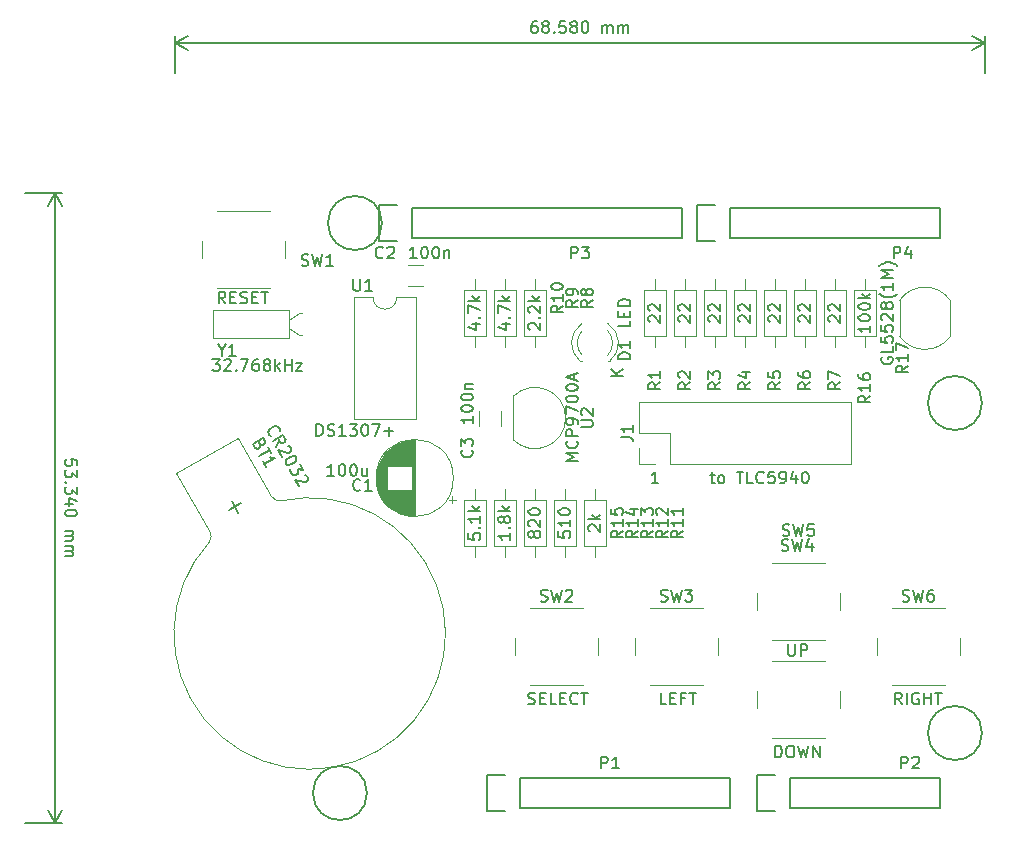
<source format=gto>
G04 #@! TF.GenerationSoftware,KiCad,Pcbnew,(5.1.4)-1*
G04 #@! TF.CreationDate,2019-11-10T19:52:10+09:00*
G04 #@! TF.ProjectId,bf-012,62662d30-3132-42e6-9b69-6361645f7063,V01L01*
G04 #@! TF.SameCoordinates,Original*
G04 #@! TF.FileFunction,Legend,Top*
G04 #@! TF.FilePolarity,Positive*
%FSLAX46Y46*%
G04 Gerber Fmt 4.6, Leading zero omitted, Abs format (unit mm)*
G04 Created by KiCad (PCBNEW (5.1.4)-1) date 2019-11-10 19:52:10*
%MOMM*%
%LPD*%
G04 APERTURE LIST*
%ADD10C,0.150000*%
%ADD11C,0.120000*%
G04 APERTURE END LIST*
D10*
X156313714Y-96940714D02*
X156694666Y-96940714D01*
X156456571Y-96607380D02*
X156456571Y-97464523D01*
X156504190Y-97559761D01*
X156599428Y-97607380D01*
X156694666Y-97607380D01*
X157170857Y-97607380D02*
X157075619Y-97559761D01*
X157028000Y-97512142D01*
X156980380Y-97416904D01*
X156980380Y-97131190D01*
X157028000Y-97035952D01*
X157075619Y-96988333D01*
X157170857Y-96940714D01*
X157313714Y-96940714D01*
X157408952Y-96988333D01*
X157456571Y-97035952D01*
X157504190Y-97131190D01*
X157504190Y-97416904D01*
X157456571Y-97512142D01*
X157408952Y-97559761D01*
X157313714Y-97607380D01*
X157170857Y-97607380D01*
X158551809Y-96607380D02*
X159123238Y-96607380D01*
X158837523Y-97607380D02*
X158837523Y-96607380D01*
X159932761Y-97607380D02*
X159456571Y-97607380D01*
X159456571Y-96607380D01*
X160837523Y-97512142D02*
X160789904Y-97559761D01*
X160647047Y-97607380D01*
X160551809Y-97607380D01*
X160408952Y-97559761D01*
X160313714Y-97464523D01*
X160266095Y-97369285D01*
X160218476Y-97178809D01*
X160218476Y-97035952D01*
X160266095Y-96845476D01*
X160313714Y-96750238D01*
X160408952Y-96655000D01*
X160551809Y-96607380D01*
X160647047Y-96607380D01*
X160789904Y-96655000D01*
X160837523Y-96702619D01*
X161742285Y-96607380D02*
X161266095Y-96607380D01*
X161218476Y-97083571D01*
X161266095Y-97035952D01*
X161361333Y-96988333D01*
X161599428Y-96988333D01*
X161694666Y-97035952D01*
X161742285Y-97083571D01*
X161789904Y-97178809D01*
X161789904Y-97416904D01*
X161742285Y-97512142D01*
X161694666Y-97559761D01*
X161599428Y-97607380D01*
X161361333Y-97607380D01*
X161266095Y-97559761D01*
X161218476Y-97512142D01*
X162266095Y-97607380D02*
X162456571Y-97607380D01*
X162551809Y-97559761D01*
X162599428Y-97512142D01*
X162694666Y-97369285D01*
X162742285Y-97178809D01*
X162742285Y-96797857D01*
X162694666Y-96702619D01*
X162647047Y-96655000D01*
X162551809Y-96607380D01*
X162361333Y-96607380D01*
X162266095Y-96655000D01*
X162218476Y-96702619D01*
X162170857Y-96797857D01*
X162170857Y-97035952D01*
X162218476Y-97131190D01*
X162266095Y-97178809D01*
X162361333Y-97226428D01*
X162551809Y-97226428D01*
X162647047Y-97178809D01*
X162694666Y-97131190D01*
X162742285Y-97035952D01*
X163599428Y-96940714D02*
X163599428Y-97607380D01*
X163361333Y-96559761D02*
X163123238Y-97274047D01*
X163742285Y-97274047D01*
X164313714Y-96607380D02*
X164408952Y-96607380D01*
X164504190Y-96655000D01*
X164551809Y-96702619D01*
X164599428Y-96797857D01*
X164647047Y-96988333D01*
X164647047Y-97226428D01*
X164599428Y-97416904D01*
X164551809Y-97512142D01*
X164504190Y-97559761D01*
X164408952Y-97607380D01*
X164313714Y-97607380D01*
X164218476Y-97559761D01*
X164170857Y-97512142D01*
X164123238Y-97416904D01*
X164075619Y-97226428D01*
X164075619Y-96988333D01*
X164123238Y-96797857D01*
X164170857Y-96702619D01*
X164218476Y-96655000D01*
X164313714Y-96607380D01*
X141621333Y-58477380D02*
X141430857Y-58477380D01*
X141335619Y-58525000D01*
X141288000Y-58572619D01*
X141192761Y-58715476D01*
X141145142Y-58905952D01*
X141145142Y-59286904D01*
X141192761Y-59382142D01*
X141240380Y-59429761D01*
X141335619Y-59477380D01*
X141526095Y-59477380D01*
X141621333Y-59429761D01*
X141668952Y-59382142D01*
X141716571Y-59286904D01*
X141716571Y-59048809D01*
X141668952Y-58953571D01*
X141621333Y-58905952D01*
X141526095Y-58858333D01*
X141335619Y-58858333D01*
X141240380Y-58905952D01*
X141192761Y-58953571D01*
X141145142Y-59048809D01*
X142288000Y-58905952D02*
X142192761Y-58858333D01*
X142145142Y-58810714D01*
X142097523Y-58715476D01*
X142097523Y-58667857D01*
X142145142Y-58572619D01*
X142192761Y-58525000D01*
X142288000Y-58477380D01*
X142478476Y-58477380D01*
X142573714Y-58525000D01*
X142621333Y-58572619D01*
X142668952Y-58667857D01*
X142668952Y-58715476D01*
X142621333Y-58810714D01*
X142573714Y-58858333D01*
X142478476Y-58905952D01*
X142288000Y-58905952D01*
X142192761Y-58953571D01*
X142145142Y-59001190D01*
X142097523Y-59096428D01*
X142097523Y-59286904D01*
X142145142Y-59382142D01*
X142192761Y-59429761D01*
X142288000Y-59477380D01*
X142478476Y-59477380D01*
X142573714Y-59429761D01*
X142621333Y-59382142D01*
X142668952Y-59286904D01*
X142668952Y-59096428D01*
X142621333Y-59001190D01*
X142573714Y-58953571D01*
X142478476Y-58905952D01*
X143097523Y-59382142D02*
X143145142Y-59429761D01*
X143097523Y-59477380D01*
X143049904Y-59429761D01*
X143097523Y-59382142D01*
X143097523Y-59477380D01*
X144049904Y-58477380D02*
X143573714Y-58477380D01*
X143526095Y-58953571D01*
X143573714Y-58905952D01*
X143668952Y-58858333D01*
X143907047Y-58858333D01*
X144002285Y-58905952D01*
X144049904Y-58953571D01*
X144097523Y-59048809D01*
X144097523Y-59286904D01*
X144049904Y-59382142D01*
X144002285Y-59429761D01*
X143907047Y-59477380D01*
X143668952Y-59477380D01*
X143573714Y-59429761D01*
X143526095Y-59382142D01*
X144668952Y-58905952D02*
X144573714Y-58858333D01*
X144526095Y-58810714D01*
X144478476Y-58715476D01*
X144478476Y-58667857D01*
X144526095Y-58572619D01*
X144573714Y-58525000D01*
X144668952Y-58477380D01*
X144859428Y-58477380D01*
X144954666Y-58525000D01*
X145002285Y-58572619D01*
X145049904Y-58667857D01*
X145049904Y-58715476D01*
X145002285Y-58810714D01*
X144954666Y-58858333D01*
X144859428Y-58905952D01*
X144668952Y-58905952D01*
X144573714Y-58953571D01*
X144526095Y-59001190D01*
X144478476Y-59096428D01*
X144478476Y-59286904D01*
X144526095Y-59382142D01*
X144573714Y-59429761D01*
X144668952Y-59477380D01*
X144859428Y-59477380D01*
X144954666Y-59429761D01*
X145002285Y-59382142D01*
X145049904Y-59286904D01*
X145049904Y-59096428D01*
X145002285Y-59001190D01*
X144954666Y-58953571D01*
X144859428Y-58905952D01*
X145668952Y-58477380D02*
X145764190Y-58477380D01*
X145859428Y-58525000D01*
X145907047Y-58572619D01*
X145954666Y-58667857D01*
X146002285Y-58858333D01*
X146002285Y-59096428D01*
X145954666Y-59286904D01*
X145907047Y-59382142D01*
X145859428Y-59429761D01*
X145764190Y-59477380D01*
X145668952Y-59477380D01*
X145573714Y-59429761D01*
X145526095Y-59382142D01*
X145478476Y-59286904D01*
X145430857Y-59096428D01*
X145430857Y-58858333D01*
X145478476Y-58667857D01*
X145526095Y-58572619D01*
X145573714Y-58525000D01*
X145668952Y-58477380D01*
X147192761Y-59477380D02*
X147192761Y-58810714D01*
X147192761Y-58905952D02*
X147240380Y-58858333D01*
X147335619Y-58810714D01*
X147478476Y-58810714D01*
X147573714Y-58858333D01*
X147621333Y-58953571D01*
X147621333Y-59477380D01*
X147621333Y-58953571D02*
X147668952Y-58858333D01*
X147764190Y-58810714D01*
X147907047Y-58810714D01*
X148002285Y-58858333D01*
X148049904Y-58953571D01*
X148049904Y-59477380D01*
X148526095Y-59477380D02*
X148526095Y-58810714D01*
X148526095Y-58905952D02*
X148573714Y-58858333D01*
X148668952Y-58810714D01*
X148811809Y-58810714D01*
X148907047Y-58858333D01*
X148954666Y-58953571D01*
X148954666Y-59477380D01*
X148954666Y-58953571D02*
X149002285Y-58858333D01*
X149097523Y-58810714D01*
X149240380Y-58810714D01*
X149335619Y-58858333D01*
X149383238Y-58953571D01*
X149383238Y-59477380D01*
X110998000Y-60325000D02*
X179578000Y-60325000D01*
X110998000Y-62865000D02*
X110998000Y-59738579D01*
X179578000Y-62865000D02*
X179578000Y-59738579D01*
X179578000Y-60325000D02*
X178451496Y-60911421D01*
X179578000Y-60325000D02*
X178451496Y-59738579D01*
X110998000Y-60325000D02*
X112124504Y-60911421D01*
X110998000Y-60325000D02*
X112124504Y-59738579D01*
X102685619Y-96075952D02*
X102685619Y-95599761D01*
X102209428Y-95552142D01*
X102257047Y-95599761D01*
X102304666Y-95695000D01*
X102304666Y-95933095D01*
X102257047Y-96028333D01*
X102209428Y-96075952D01*
X102114190Y-96123571D01*
X101876095Y-96123571D01*
X101780857Y-96075952D01*
X101733238Y-96028333D01*
X101685619Y-95933095D01*
X101685619Y-95695000D01*
X101733238Y-95599761D01*
X101780857Y-95552142D01*
X102685619Y-96456904D02*
X102685619Y-97075952D01*
X102304666Y-96742619D01*
X102304666Y-96885476D01*
X102257047Y-96980714D01*
X102209428Y-97028333D01*
X102114190Y-97075952D01*
X101876095Y-97075952D01*
X101780857Y-97028333D01*
X101733238Y-96980714D01*
X101685619Y-96885476D01*
X101685619Y-96599761D01*
X101733238Y-96504523D01*
X101780857Y-96456904D01*
X101780857Y-97504523D02*
X101733238Y-97552142D01*
X101685619Y-97504523D01*
X101733238Y-97456904D01*
X101780857Y-97504523D01*
X101685619Y-97504523D01*
X102685619Y-97885476D02*
X102685619Y-98504523D01*
X102304666Y-98171190D01*
X102304666Y-98314047D01*
X102257047Y-98409285D01*
X102209428Y-98456904D01*
X102114190Y-98504523D01*
X101876095Y-98504523D01*
X101780857Y-98456904D01*
X101733238Y-98409285D01*
X101685619Y-98314047D01*
X101685619Y-98028333D01*
X101733238Y-97933095D01*
X101780857Y-97885476D01*
X102352285Y-99361666D02*
X101685619Y-99361666D01*
X102733238Y-99123571D02*
X102018952Y-98885476D01*
X102018952Y-99504523D01*
X102685619Y-100075952D02*
X102685619Y-100171190D01*
X102638000Y-100266428D01*
X102590380Y-100314047D01*
X102495142Y-100361666D01*
X102304666Y-100409285D01*
X102066571Y-100409285D01*
X101876095Y-100361666D01*
X101780857Y-100314047D01*
X101733238Y-100266428D01*
X101685619Y-100171190D01*
X101685619Y-100075952D01*
X101733238Y-99980714D01*
X101780857Y-99933095D01*
X101876095Y-99885476D01*
X102066571Y-99837857D01*
X102304666Y-99837857D01*
X102495142Y-99885476D01*
X102590380Y-99933095D01*
X102638000Y-99980714D01*
X102685619Y-100075952D01*
X101685619Y-101599761D02*
X102352285Y-101599761D01*
X102257047Y-101599761D02*
X102304666Y-101647380D01*
X102352285Y-101742619D01*
X102352285Y-101885476D01*
X102304666Y-101980714D01*
X102209428Y-102028333D01*
X101685619Y-102028333D01*
X102209428Y-102028333D02*
X102304666Y-102075952D01*
X102352285Y-102171190D01*
X102352285Y-102314047D01*
X102304666Y-102409285D01*
X102209428Y-102456904D01*
X101685619Y-102456904D01*
X101685619Y-102933095D02*
X102352285Y-102933095D01*
X102257047Y-102933095D02*
X102304666Y-102980714D01*
X102352285Y-103075952D01*
X102352285Y-103218809D01*
X102304666Y-103314047D01*
X102209428Y-103361666D01*
X101685619Y-103361666D01*
X102209428Y-103361666D02*
X102304666Y-103409285D01*
X102352285Y-103504523D01*
X102352285Y-103647380D01*
X102304666Y-103742619D01*
X102209428Y-103790238D01*
X101685619Y-103790238D01*
X100838000Y-73025000D02*
X100838000Y-126365000D01*
X98298000Y-73025000D02*
X101424421Y-73025000D01*
X98298000Y-126365000D02*
X101424421Y-126365000D01*
X100838000Y-126365000D02*
X100251579Y-125238496D01*
X100838000Y-126365000D02*
X101424421Y-125238496D01*
X100838000Y-73025000D02*
X100251579Y-74151504D01*
X100838000Y-73025000D02*
X101424421Y-74151504D01*
X151923714Y-97607380D02*
X151352285Y-97607380D01*
X151638000Y-97607380D02*
X151638000Y-96607380D01*
X151542761Y-96750238D01*
X151447523Y-96845476D01*
X151352285Y-96893095D01*
X148915380Y-88526904D02*
X147915380Y-88526904D01*
X148915380Y-87955476D02*
X148343952Y-88384047D01*
X147915380Y-87955476D02*
X148486809Y-88526904D01*
D11*
X139628000Y-90275000D02*
X139628000Y-93875000D01*
X139639522Y-90236522D02*
G75*
G02X144078000Y-92075000I1838478J-1838478D01*
G01*
X139639522Y-93913478D02*
G75*
G03X144078000Y-92075000I1838478J1838478D01*
G01*
X145479392Y-84052665D02*
G75*
G03X145322484Y-87285000I1078608J-1672335D01*
G01*
X147636608Y-84052665D02*
G75*
G02X147793516Y-87285000I-1078608J-1672335D01*
G01*
X145478163Y-84683870D02*
G75*
G03X145478000Y-86765961I1079837J-1041130D01*
G01*
X147637837Y-84683870D02*
G75*
G02X147638000Y-86765961I-1079837J-1041130D01*
G01*
X145322000Y-87285000D02*
X145478000Y-87285000D01*
X147638000Y-87285000D02*
X147794000Y-87285000D01*
X168208000Y-95945000D02*
X168208000Y-90745000D01*
X152908000Y-95945000D02*
X168208000Y-95945000D01*
X150308000Y-90745000D02*
X168208000Y-90745000D01*
X152908000Y-95945000D02*
X152908000Y-93345000D01*
X152908000Y-93345000D02*
X150308000Y-93345000D01*
X150308000Y-93345000D02*
X150308000Y-90745000D01*
X151638000Y-95945000D02*
X150308000Y-95945000D01*
X150308000Y-95945000D02*
X150308000Y-94615000D01*
D10*
X140208000Y-125095000D02*
X157988000Y-125095000D01*
X157988000Y-125095000D02*
X157988000Y-122555000D01*
X157988000Y-122555000D02*
X140208000Y-122555000D01*
X137388000Y-125375000D02*
X138938000Y-125375000D01*
X140208000Y-125095000D02*
X140208000Y-122555000D01*
X138938000Y-122275000D02*
X137388000Y-122275000D01*
X137388000Y-122275000D02*
X137388000Y-125375000D01*
X163068000Y-125095000D02*
X175768000Y-125095000D01*
X175768000Y-125095000D02*
X175768000Y-122555000D01*
X175768000Y-122555000D02*
X163068000Y-122555000D01*
X160248000Y-125375000D02*
X161798000Y-125375000D01*
X163068000Y-125095000D02*
X163068000Y-122555000D01*
X161798000Y-122275000D02*
X160248000Y-122275000D01*
X160248000Y-122275000D02*
X160248000Y-125375000D01*
X131064000Y-76835000D02*
X153924000Y-76835000D01*
X153924000Y-76835000D02*
X153924000Y-74295000D01*
X153924000Y-74295000D02*
X131064000Y-74295000D01*
X128244000Y-77115000D02*
X129794000Y-77115000D01*
X131064000Y-76835000D02*
X131064000Y-74295000D01*
X129794000Y-74015000D02*
X128244000Y-74015000D01*
X128244000Y-74015000D02*
X128244000Y-77115000D01*
X157988000Y-76835000D02*
X175768000Y-76835000D01*
X175768000Y-76835000D02*
X175768000Y-74295000D01*
X175768000Y-74295000D02*
X157988000Y-74295000D01*
X155168000Y-77115000D02*
X156718000Y-77115000D01*
X157988000Y-76835000D02*
X157988000Y-74295000D01*
X156718000Y-74015000D02*
X155168000Y-74015000D01*
X155168000Y-74015000D02*
X155168000Y-77115000D01*
X127254000Y-123825000D02*
G75*
G03X127254000Y-123825000I-2286000J0D01*
G01*
X179324000Y-118745000D02*
G75*
G03X179324000Y-118745000I-2286000J0D01*
G01*
X128524000Y-75565000D02*
G75*
G03X128524000Y-75565000I-2286000J0D01*
G01*
X179324000Y-90805000D02*
G75*
G03X179324000Y-90805000I-2286000J0D01*
G01*
D11*
X134568000Y-97155000D02*
G75*
G03X134568000Y-97155000I-3270000J0D01*
G01*
X131298000Y-100385000D02*
X131298000Y-93925000D01*
X131258000Y-100385000D02*
X131258000Y-93925000D01*
X131218000Y-100385000D02*
X131218000Y-93925000D01*
X131178000Y-100383000D02*
X131178000Y-93927000D01*
X131138000Y-100382000D02*
X131138000Y-93928000D01*
X131098000Y-100379000D02*
X131098000Y-93931000D01*
X131058000Y-100377000D02*
X131058000Y-98195000D01*
X131058000Y-96115000D02*
X131058000Y-93933000D01*
X131018000Y-100373000D02*
X131018000Y-98195000D01*
X131018000Y-96115000D02*
X131018000Y-93937000D01*
X130978000Y-100370000D02*
X130978000Y-98195000D01*
X130978000Y-96115000D02*
X130978000Y-93940000D01*
X130938000Y-100366000D02*
X130938000Y-98195000D01*
X130938000Y-96115000D02*
X130938000Y-93944000D01*
X130898000Y-100361000D02*
X130898000Y-98195000D01*
X130898000Y-96115000D02*
X130898000Y-93949000D01*
X130858000Y-100356000D02*
X130858000Y-98195000D01*
X130858000Y-96115000D02*
X130858000Y-93954000D01*
X130818000Y-100350000D02*
X130818000Y-98195000D01*
X130818000Y-96115000D02*
X130818000Y-93960000D01*
X130778000Y-100344000D02*
X130778000Y-98195000D01*
X130778000Y-96115000D02*
X130778000Y-93966000D01*
X130738000Y-100337000D02*
X130738000Y-98195000D01*
X130738000Y-96115000D02*
X130738000Y-93973000D01*
X130698000Y-100330000D02*
X130698000Y-98195000D01*
X130698000Y-96115000D02*
X130698000Y-93980000D01*
X130658000Y-100322000D02*
X130658000Y-98195000D01*
X130658000Y-96115000D02*
X130658000Y-93988000D01*
X130618000Y-100314000D02*
X130618000Y-98195000D01*
X130618000Y-96115000D02*
X130618000Y-93996000D01*
X130577000Y-100305000D02*
X130577000Y-98195000D01*
X130577000Y-96115000D02*
X130577000Y-94005000D01*
X130537000Y-100296000D02*
X130537000Y-98195000D01*
X130537000Y-96115000D02*
X130537000Y-94014000D01*
X130497000Y-100286000D02*
X130497000Y-98195000D01*
X130497000Y-96115000D02*
X130497000Y-94024000D01*
X130457000Y-100276000D02*
X130457000Y-98195000D01*
X130457000Y-96115000D02*
X130457000Y-94034000D01*
X130417000Y-100265000D02*
X130417000Y-98195000D01*
X130417000Y-96115000D02*
X130417000Y-94045000D01*
X130377000Y-100253000D02*
X130377000Y-98195000D01*
X130377000Y-96115000D02*
X130377000Y-94057000D01*
X130337000Y-100241000D02*
X130337000Y-98195000D01*
X130337000Y-96115000D02*
X130337000Y-94069000D01*
X130297000Y-100229000D02*
X130297000Y-98195000D01*
X130297000Y-96115000D02*
X130297000Y-94081000D01*
X130257000Y-100216000D02*
X130257000Y-98195000D01*
X130257000Y-96115000D02*
X130257000Y-94094000D01*
X130217000Y-100202000D02*
X130217000Y-98195000D01*
X130217000Y-96115000D02*
X130217000Y-94108000D01*
X130177000Y-100188000D02*
X130177000Y-98195000D01*
X130177000Y-96115000D02*
X130177000Y-94122000D01*
X130137000Y-100173000D02*
X130137000Y-98195000D01*
X130137000Y-96115000D02*
X130137000Y-94137000D01*
X130097000Y-100157000D02*
X130097000Y-98195000D01*
X130097000Y-96115000D02*
X130097000Y-94153000D01*
X130057000Y-100141000D02*
X130057000Y-98195000D01*
X130057000Y-96115000D02*
X130057000Y-94169000D01*
X130017000Y-100125000D02*
X130017000Y-98195000D01*
X130017000Y-96115000D02*
X130017000Y-94185000D01*
X129977000Y-100107000D02*
X129977000Y-98195000D01*
X129977000Y-96115000D02*
X129977000Y-94203000D01*
X129937000Y-100089000D02*
X129937000Y-98195000D01*
X129937000Y-96115000D02*
X129937000Y-94221000D01*
X129897000Y-100071000D02*
X129897000Y-98195000D01*
X129897000Y-96115000D02*
X129897000Y-94239000D01*
X129857000Y-100051000D02*
X129857000Y-98195000D01*
X129857000Y-96115000D02*
X129857000Y-94259000D01*
X129817000Y-100031000D02*
X129817000Y-98195000D01*
X129817000Y-96115000D02*
X129817000Y-94279000D01*
X129777000Y-100011000D02*
X129777000Y-98195000D01*
X129777000Y-96115000D02*
X129777000Y-94299000D01*
X129737000Y-99989000D02*
X129737000Y-98195000D01*
X129737000Y-96115000D02*
X129737000Y-94321000D01*
X129697000Y-99967000D02*
X129697000Y-98195000D01*
X129697000Y-96115000D02*
X129697000Y-94343000D01*
X129657000Y-99945000D02*
X129657000Y-98195000D01*
X129657000Y-96115000D02*
X129657000Y-94365000D01*
X129617000Y-99921000D02*
X129617000Y-98195000D01*
X129617000Y-96115000D02*
X129617000Y-94389000D01*
X129577000Y-99897000D02*
X129577000Y-98195000D01*
X129577000Y-96115000D02*
X129577000Y-94413000D01*
X129537000Y-99871000D02*
X129537000Y-98195000D01*
X129537000Y-96115000D02*
X129537000Y-94439000D01*
X129497000Y-99845000D02*
X129497000Y-98195000D01*
X129497000Y-96115000D02*
X129497000Y-94465000D01*
X129457000Y-99819000D02*
X129457000Y-98195000D01*
X129457000Y-96115000D02*
X129457000Y-94491000D01*
X129417000Y-99791000D02*
X129417000Y-98195000D01*
X129417000Y-96115000D02*
X129417000Y-94519000D01*
X129377000Y-99762000D02*
X129377000Y-98195000D01*
X129377000Y-96115000D02*
X129377000Y-94548000D01*
X129337000Y-99733000D02*
X129337000Y-98195000D01*
X129337000Y-96115000D02*
X129337000Y-94577000D01*
X129297000Y-99703000D02*
X129297000Y-98195000D01*
X129297000Y-96115000D02*
X129297000Y-94607000D01*
X129257000Y-99671000D02*
X129257000Y-98195000D01*
X129257000Y-96115000D02*
X129257000Y-94639000D01*
X129217000Y-99639000D02*
X129217000Y-98195000D01*
X129217000Y-96115000D02*
X129217000Y-94671000D01*
X129177000Y-99605000D02*
X129177000Y-98195000D01*
X129177000Y-96115000D02*
X129177000Y-94705000D01*
X129137000Y-99571000D02*
X129137000Y-98195000D01*
X129137000Y-96115000D02*
X129137000Y-94739000D01*
X129097000Y-99535000D02*
X129097000Y-98195000D01*
X129097000Y-96115000D02*
X129097000Y-94775000D01*
X129057000Y-99498000D02*
X129057000Y-98195000D01*
X129057000Y-96115000D02*
X129057000Y-94812000D01*
X129017000Y-99460000D02*
X129017000Y-98195000D01*
X129017000Y-96115000D02*
X129017000Y-94850000D01*
X128977000Y-99420000D02*
X128977000Y-94890000D01*
X128937000Y-99379000D02*
X128937000Y-94931000D01*
X128897000Y-99337000D02*
X128897000Y-94973000D01*
X128857000Y-99292000D02*
X128857000Y-95018000D01*
X128817000Y-99247000D02*
X128817000Y-95063000D01*
X128777000Y-99199000D02*
X128777000Y-95111000D01*
X128737000Y-99150000D02*
X128737000Y-95160000D01*
X128697000Y-99099000D02*
X128697000Y-95211000D01*
X128657000Y-99045000D02*
X128657000Y-95265000D01*
X128617000Y-98989000D02*
X128617000Y-95321000D01*
X128577000Y-98931000D02*
X128577000Y-95379000D01*
X128537000Y-98869000D02*
X128537000Y-95441000D01*
X128497000Y-98805000D02*
X128497000Y-95505000D01*
X128457000Y-98736000D02*
X128457000Y-95574000D01*
X128417000Y-98664000D02*
X128417000Y-95646000D01*
X128377000Y-98587000D02*
X128377000Y-95723000D01*
X128337000Y-98505000D02*
X128337000Y-95805000D01*
X128297000Y-98417000D02*
X128297000Y-95893000D01*
X128257000Y-98320000D02*
X128257000Y-95990000D01*
X128217000Y-98214000D02*
X128217000Y-96096000D01*
X128177000Y-98095000D02*
X128177000Y-96215000D01*
X128137000Y-97957000D02*
X128137000Y-96353000D01*
X128097000Y-97788000D02*
X128097000Y-96522000D01*
X128057000Y-97557000D02*
X128057000Y-96753000D01*
X134798241Y-98994000D02*
X134168241Y-98994000D01*
X134483241Y-99309000D02*
X134483241Y-98679000D01*
X131967000Y-79090000D02*
X130709000Y-79090000D01*
X131967000Y-80930000D02*
X130709000Y-80930000D01*
X138588000Y-91466000D02*
X138588000Y-92724000D01*
X136748000Y-91466000D02*
X136748000Y-92724000D01*
X152558000Y-81265000D02*
X150718000Y-81265000D01*
X150718000Y-81265000D02*
X150718000Y-85105000D01*
X150718000Y-85105000D02*
X152558000Y-85105000D01*
X152558000Y-85105000D02*
X152558000Y-81265000D01*
X151638000Y-80315000D02*
X151638000Y-81265000D01*
X151638000Y-86055000D02*
X151638000Y-85105000D01*
X155098000Y-81265000D02*
X153258000Y-81265000D01*
X153258000Y-81265000D02*
X153258000Y-85105000D01*
X153258000Y-85105000D02*
X155098000Y-85105000D01*
X155098000Y-85105000D02*
X155098000Y-81265000D01*
X154178000Y-80315000D02*
X154178000Y-81265000D01*
X154178000Y-86055000D02*
X154178000Y-85105000D01*
X156718000Y-86055000D02*
X156718000Y-85105000D01*
X156718000Y-80315000D02*
X156718000Y-81265000D01*
X157638000Y-85105000D02*
X157638000Y-81265000D01*
X155798000Y-85105000D02*
X157638000Y-85105000D01*
X155798000Y-81265000D02*
X155798000Y-85105000D01*
X157638000Y-81265000D02*
X155798000Y-81265000D01*
X160178000Y-81265000D02*
X158338000Y-81265000D01*
X158338000Y-81265000D02*
X158338000Y-85105000D01*
X158338000Y-85105000D02*
X160178000Y-85105000D01*
X160178000Y-85105000D02*
X160178000Y-81265000D01*
X159258000Y-80315000D02*
X159258000Y-81265000D01*
X159258000Y-86055000D02*
X159258000Y-85105000D01*
X161798000Y-86055000D02*
X161798000Y-85105000D01*
X161798000Y-80315000D02*
X161798000Y-81265000D01*
X162718000Y-85105000D02*
X162718000Y-81265000D01*
X160878000Y-85105000D02*
X162718000Y-85105000D01*
X160878000Y-81265000D02*
X160878000Y-85105000D01*
X162718000Y-81265000D02*
X160878000Y-81265000D01*
X164338000Y-86055000D02*
X164338000Y-85105000D01*
X164338000Y-80315000D02*
X164338000Y-81265000D01*
X165258000Y-85105000D02*
X165258000Y-81265000D01*
X163418000Y-85105000D02*
X165258000Y-85105000D01*
X163418000Y-81265000D02*
X163418000Y-85105000D01*
X165258000Y-81265000D02*
X163418000Y-81265000D01*
X167798000Y-81265000D02*
X165958000Y-81265000D01*
X165958000Y-81265000D02*
X165958000Y-85105000D01*
X165958000Y-85105000D02*
X167798000Y-85105000D01*
X167798000Y-85105000D02*
X167798000Y-81265000D01*
X166878000Y-80315000D02*
X166878000Y-81265000D01*
X166878000Y-86055000D02*
X166878000Y-85105000D01*
X141478000Y-80315000D02*
X141478000Y-81265000D01*
X141478000Y-86055000D02*
X141478000Y-85105000D01*
X140558000Y-81265000D02*
X140558000Y-85105000D01*
X142398000Y-81265000D02*
X140558000Y-81265000D01*
X142398000Y-85105000D02*
X142398000Y-81265000D01*
X140558000Y-85105000D02*
X142398000Y-85105000D01*
X138018000Y-85105000D02*
X139858000Y-85105000D01*
X139858000Y-85105000D02*
X139858000Y-81265000D01*
X139858000Y-81265000D02*
X138018000Y-81265000D01*
X138018000Y-81265000D02*
X138018000Y-85105000D01*
X138938000Y-86055000D02*
X138938000Y-85105000D01*
X138938000Y-80315000D02*
X138938000Y-81265000D01*
X136398000Y-80315000D02*
X136398000Y-81265000D01*
X136398000Y-86055000D02*
X136398000Y-85105000D01*
X135478000Y-81265000D02*
X135478000Y-85105000D01*
X137318000Y-81265000D02*
X135478000Y-81265000D01*
X137318000Y-85105000D02*
X137318000Y-81265000D01*
X135478000Y-85105000D02*
X137318000Y-85105000D01*
X146558000Y-103835000D02*
X146558000Y-102885000D01*
X146558000Y-98095000D02*
X146558000Y-99045000D01*
X147478000Y-102885000D02*
X147478000Y-99045000D01*
X145638000Y-102885000D02*
X147478000Y-102885000D01*
X145638000Y-99045000D02*
X145638000Y-102885000D01*
X147478000Y-99045000D02*
X145638000Y-99045000D01*
X144938000Y-99045000D02*
X143098000Y-99045000D01*
X143098000Y-99045000D02*
X143098000Y-102885000D01*
X143098000Y-102885000D02*
X144938000Y-102885000D01*
X144938000Y-102885000D02*
X144938000Y-99045000D01*
X144018000Y-98095000D02*
X144018000Y-99045000D01*
X144018000Y-103835000D02*
X144018000Y-102885000D01*
X141478000Y-103835000D02*
X141478000Y-102885000D01*
X141478000Y-98095000D02*
X141478000Y-99045000D01*
X142398000Y-102885000D02*
X142398000Y-99045000D01*
X140558000Y-102885000D02*
X142398000Y-102885000D01*
X140558000Y-99045000D02*
X140558000Y-102885000D01*
X142398000Y-99045000D02*
X140558000Y-99045000D01*
X139858000Y-99045000D02*
X138018000Y-99045000D01*
X138018000Y-99045000D02*
X138018000Y-102885000D01*
X138018000Y-102885000D02*
X139858000Y-102885000D01*
X139858000Y-102885000D02*
X139858000Y-99045000D01*
X138938000Y-98095000D02*
X138938000Y-99045000D01*
X138938000Y-103835000D02*
X138938000Y-102885000D01*
X136398000Y-103835000D02*
X136398000Y-102885000D01*
X136398000Y-98095000D02*
X136398000Y-99045000D01*
X137318000Y-102885000D02*
X137318000Y-99045000D01*
X135478000Y-102885000D02*
X137318000Y-102885000D01*
X135478000Y-99045000D02*
X135478000Y-102885000D01*
X137318000Y-99045000D02*
X135478000Y-99045000D01*
X170338000Y-81265000D02*
X168498000Y-81265000D01*
X168498000Y-81265000D02*
X168498000Y-85105000D01*
X168498000Y-85105000D02*
X170338000Y-85105000D01*
X170338000Y-85105000D02*
X170338000Y-81265000D01*
X169418000Y-80315000D02*
X169418000Y-81265000D01*
X169418000Y-86055000D02*
X169418000Y-85105000D01*
X176648000Y-85165000D02*
X176648000Y-82115000D01*
X172348000Y-85165000D02*
X172348000Y-82115000D01*
X172332474Y-85143234D02*
G75*
G03X176648000Y-85165000I2165526J1528234D01*
G01*
X176616249Y-82070487D02*
G75*
G03X172348000Y-82115000I-2118249J-1544513D01*
G01*
X120288000Y-78565000D02*
X120288000Y-77065000D01*
X119038000Y-74565000D02*
X114538000Y-74565000D01*
X113288000Y-77065000D02*
X113288000Y-78565000D01*
X114538000Y-81065000D02*
X119038000Y-81065000D01*
X141058000Y-114665000D02*
X145558000Y-114665000D01*
X139808000Y-110665000D02*
X139808000Y-112165000D01*
X145558000Y-108165000D02*
X141058000Y-108165000D01*
X146808000Y-112165000D02*
X146808000Y-110665000D01*
X156968000Y-112165000D02*
X156968000Y-110665000D01*
X155718000Y-108165000D02*
X151218000Y-108165000D01*
X149968000Y-110665000D02*
X149968000Y-112165000D01*
X151218000Y-114665000D02*
X155718000Y-114665000D01*
X161528000Y-119165000D02*
X166028000Y-119165000D01*
X160278000Y-115165000D02*
X160278000Y-116665000D01*
X166028000Y-112665000D02*
X161528000Y-112665000D01*
X167278000Y-116665000D02*
X167278000Y-115165000D01*
X167278000Y-108355000D02*
X167278000Y-106855000D01*
X166028000Y-104355000D02*
X161528000Y-104355000D01*
X160278000Y-106855000D02*
X160278000Y-108355000D01*
X161528000Y-110855000D02*
X166028000Y-110855000D01*
X171688000Y-114665000D02*
X176188000Y-114665000D01*
X170438000Y-110665000D02*
X170438000Y-112165000D01*
X176188000Y-108165000D02*
X171688000Y-108165000D01*
X177438000Y-112165000D02*
X177438000Y-110665000D01*
X129778000Y-81855000D02*
G75*
G02X127778000Y-81855000I-1000000J0D01*
G01*
X127778000Y-81855000D02*
X126128000Y-81855000D01*
X126128000Y-81855000D02*
X126128000Y-92135000D01*
X126128000Y-92135000D02*
X131428000Y-92135000D01*
X131428000Y-92135000D02*
X131428000Y-81855000D01*
X131428000Y-81855000D02*
X129778000Y-81855000D01*
X120628000Y-82935000D02*
X114228000Y-82935000D01*
X114228000Y-82935000D02*
X114228000Y-85335000D01*
X114228000Y-85335000D02*
X120628000Y-85335000D01*
X120628000Y-85335000D02*
X120628000Y-82935000D01*
X120628000Y-83785000D02*
X121528000Y-83185000D01*
X121528000Y-83185000D02*
X121728000Y-83185000D01*
X120628000Y-84485000D02*
X121528000Y-85085000D01*
X121528000Y-85085000D02*
X121728000Y-85085000D01*
X128195050Y-120251488D02*
G75*
G02X113901911Y-102585608I-5787050J9932902D01*
G01*
X113879939Y-102600320D02*
G75*
G03X113959924Y-101686089I-612836J514231D01*
G01*
X128116621Y-120296769D02*
G75*
G03X119964089Y-99085608I-5708621J9978183D01*
G01*
X119987815Y-99073936D02*
G75*
G02X119156076Y-98686089I-138918J787847D01*
G01*
X116306076Y-93749744D02*
X119156076Y-98686089D01*
X111109924Y-96749744D02*
X116306076Y-93749744D01*
X111109924Y-96749744D02*
X113959924Y-101686089D01*
D10*
X145375380Y-92836904D02*
X146184904Y-92836904D01*
X146280142Y-92789285D01*
X146327761Y-92741666D01*
X146375380Y-92646428D01*
X146375380Y-92455952D01*
X146327761Y-92360714D01*
X146280142Y-92313095D01*
X146184904Y-92265476D01*
X145375380Y-92265476D01*
X145470619Y-91836904D02*
X145423000Y-91789285D01*
X145375380Y-91694047D01*
X145375380Y-91455952D01*
X145423000Y-91360714D01*
X145470619Y-91313095D01*
X145565857Y-91265476D01*
X145661095Y-91265476D01*
X145803952Y-91313095D01*
X146375380Y-91884523D01*
X146375380Y-91265476D01*
X145105380Y-95741666D02*
X144105380Y-95741666D01*
X144819666Y-95408333D01*
X144105380Y-95075000D01*
X145105380Y-95075000D01*
X145010142Y-94027380D02*
X145057761Y-94075000D01*
X145105380Y-94217857D01*
X145105380Y-94313095D01*
X145057761Y-94455952D01*
X144962523Y-94551190D01*
X144867285Y-94598809D01*
X144676809Y-94646428D01*
X144533952Y-94646428D01*
X144343476Y-94598809D01*
X144248238Y-94551190D01*
X144153000Y-94455952D01*
X144105380Y-94313095D01*
X144105380Y-94217857D01*
X144153000Y-94075000D01*
X144200619Y-94027380D01*
X145105380Y-93598809D02*
X144105380Y-93598809D01*
X144105380Y-93217857D01*
X144153000Y-93122619D01*
X144200619Y-93075000D01*
X144295857Y-93027380D01*
X144438714Y-93027380D01*
X144533952Y-93075000D01*
X144581571Y-93122619D01*
X144629190Y-93217857D01*
X144629190Y-93598809D01*
X145105380Y-92551190D02*
X145105380Y-92360714D01*
X145057761Y-92265476D01*
X145010142Y-92217857D01*
X144867285Y-92122619D01*
X144676809Y-92075000D01*
X144295857Y-92075000D01*
X144200619Y-92122619D01*
X144153000Y-92170238D01*
X144105380Y-92265476D01*
X144105380Y-92455952D01*
X144153000Y-92551190D01*
X144200619Y-92598809D01*
X144295857Y-92646428D01*
X144533952Y-92646428D01*
X144629190Y-92598809D01*
X144676809Y-92551190D01*
X144724428Y-92455952D01*
X144724428Y-92265476D01*
X144676809Y-92170238D01*
X144629190Y-92122619D01*
X144533952Y-92075000D01*
X144105380Y-91741666D02*
X144105380Y-91075000D01*
X145105380Y-91503571D01*
X144105380Y-90503571D02*
X144105380Y-90408333D01*
X144153000Y-90313095D01*
X144200619Y-90265476D01*
X144295857Y-90217857D01*
X144486333Y-90170238D01*
X144724428Y-90170238D01*
X144914904Y-90217857D01*
X145010142Y-90265476D01*
X145057761Y-90313095D01*
X145105380Y-90408333D01*
X145105380Y-90503571D01*
X145057761Y-90598809D01*
X145010142Y-90646428D01*
X144914904Y-90694047D01*
X144724428Y-90741666D01*
X144486333Y-90741666D01*
X144295857Y-90694047D01*
X144200619Y-90646428D01*
X144153000Y-90598809D01*
X144105380Y-90503571D01*
X144105380Y-89551190D02*
X144105380Y-89455952D01*
X144153000Y-89360714D01*
X144200619Y-89313095D01*
X144295857Y-89265476D01*
X144486333Y-89217857D01*
X144724428Y-89217857D01*
X144914904Y-89265476D01*
X145010142Y-89313095D01*
X145057761Y-89360714D01*
X145105380Y-89455952D01*
X145105380Y-89551190D01*
X145057761Y-89646428D01*
X145010142Y-89694047D01*
X144914904Y-89741666D01*
X144724428Y-89789285D01*
X144486333Y-89789285D01*
X144295857Y-89741666D01*
X144200619Y-89694047D01*
X144153000Y-89646428D01*
X144105380Y-89551190D01*
X144819666Y-88836904D02*
X144819666Y-88360714D01*
X145105380Y-88932142D02*
X144105380Y-88598809D01*
X145105380Y-88265476D01*
X149550380Y-87098095D02*
X148550380Y-87098095D01*
X148550380Y-86860000D01*
X148598000Y-86717142D01*
X148693238Y-86621904D01*
X148788476Y-86574285D01*
X148978952Y-86526666D01*
X149121809Y-86526666D01*
X149312285Y-86574285D01*
X149407523Y-86621904D01*
X149502761Y-86717142D01*
X149550380Y-86860000D01*
X149550380Y-87098095D01*
X149550380Y-85574285D02*
X149550380Y-86145714D01*
X149550380Y-85860000D02*
X148550380Y-85860000D01*
X148693238Y-85955238D01*
X148788476Y-86050476D01*
X148836095Y-86145714D01*
X149550380Y-83827857D02*
X149550380Y-84304047D01*
X148550380Y-84304047D01*
X149026571Y-83494523D02*
X149026571Y-83161190D01*
X149550380Y-83018333D02*
X149550380Y-83494523D01*
X148550380Y-83494523D01*
X148550380Y-83018333D01*
X149550380Y-82589761D02*
X148550380Y-82589761D01*
X148550380Y-82351666D01*
X148598000Y-82208809D01*
X148693238Y-82113571D01*
X148788476Y-82065952D01*
X148978952Y-82018333D01*
X149121809Y-82018333D01*
X149312285Y-82065952D01*
X149407523Y-82113571D01*
X149502761Y-82208809D01*
X149550380Y-82351666D01*
X149550380Y-82589761D01*
X148760380Y-93678333D02*
X149474666Y-93678333D01*
X149617523Y-93725952D01*
X149712761Y-93821190D01*
X149760380Y-93964047D01*
X149760380Y-94059285D01*
X149760380Y-92678333D02*
X149760380Y-93249761D01*
X149760380Y-92964047D02*
X148760380Y-92964047D01*
X148903238Y-93059285D01*
X148998476Y-93154523D01*
X149046095Y-93249761D01*
X147089904Y-121737380D02*
X147089904Y-120737380D01*
X147470857Y-120737380D01*
X147566095Y-120785000D01*
X147613714Y-120832619D01*
X147661333Y-120927857D01*
X147661333Y-121070714D01*
X147613714Y-121165952D01*
X147566095Y-121213571D01*
X147470857Y-121261190D01*
X147089904Y-121261190D01*
X148613714Y-121737380D02*
X148042285Y-121737380D01*
X148328000Y-121737380D02*
X148328000Y-120737380D01*
X148232761Y-120880238D01*
X148137523Y-120975476D01*
X148042285Y-121023095D01*
X172489904Y-121737380D02*
X172489904Y-120737380D01*
X172870857Y-120737380D01*
X172966095Y-120785000D01*
X173013714Y-120832619D01*
X173061333Y-120927857D01*
X173061333Y-121070714D01*
X173013714Y-121165952D01*
X172966095Y-121213571D01*
X172870857Y-121261190D01*
X172489904Y-121261190D01*
X173442285Y-120832619D02*
X173489904Y-120785000D01*
X173585142Y-120737380D01*
X173823238Y-120737380D01*
X173918476Y-120785000D01*
X173966095Y-120832619D01*
X174013714Y-120927857D01*
X174013714Y-121023095D01*
X173966095Y-121165952D01*
X173394666Y-121737380D01*
X174013714Y-121737380D01*
X144549904Y-78557380D02*
X144549904Y-77557380D01*
X144930857Y-77557380D01*
X145026095Y-77605000D01*
X145073714Y-77652619D01*
X145121333Y-77747857D01*
X145121333Y-77890714D01*
X145073714Y-77985952D01*
X145026095Y-78033571D01*
X144930857Y-78081190D01*
X144549904Y-78081190D01*
X145454666Y-77557380D02*
X146073714Y-77557380D01*
X145740380Y-77938333D01*
X145883238Y-77938333D01*
X145978476Y-77985952D01*
X146026095Y-78033571D01*
X146073714Y-78128809D01*
X146073714Y-78366904D01*
X146026095Y-78462142D01*
X145978476Y-78509761D01*
X145883238Y-78557380D01*
X145597523Y-78557380D01*
X145502285Y-78509761D01*
X145454666Y-78462142D01*
X171854904Y-78557380D02*
X171854904Y-77557380D01*
X172235857Y-77557380D01*
X172331095Y-77605000D01*
X172378714Y-77652619D01*
X172426333Y-77747857D01*
X172426333Y-77890714D01*
X172378714Y-77985952D01*
X172331095Y-78033571D01*
X172235857Y-78081190D01*
X171854904Y-78081190D01*
X173283476Y-77890714D02*
X173283476Y-78557380D01*
X173045380Y-77509761D02*
X172807285Y-78224047D01*
X173426333Y-78224047D01*
X126706333Y-98147142D02*
X126658714Y-98194761D01*
X126515857Y-98242380D01*
X126420619Y-98242380D01*
X126277761Y-98194761D01*
X126182523Y-98099523D01*
X126134904Y-98004285D01*
X126087285Y-97813809D01*
X126087285Y-97670952D01*
X126134904Y-97480476D01*
X126182523Y-97385238D01*
X126277761Y-97290000D01*
X126420619Y-97242380D01*
X126515857Y-97242380D01*
X126658714Y-97290000D01*
X126706333Y-97337619D01*
X127658714Y-98242380D02*
X127087285Y-98242380D01*
X127373000Y-98242380D02*
X127373000Y-97242380D01*
X127277761Y-97385238D01*
X127182523Y-97480476D01*
X127087285Y-97528095D01*
X124483952Y-96972380D02*
X123912523Y-96972380D01*
X124198238Y-96972380D02*
X124198238Y-95972380D01*
X124103000Y-96115238D01*
X124007761Y-96210476D01*
X123912523Y-96258095D01*
X125103000Y-95972380D02*
X125198238Y-95972380D01*
X125293476Y-96020000D01*
X125341095Y-96067619D01*
X125388714Y-96162857D01*
X125436333Y-96353333D01*
X125436333Y-96591428D01*
X125388714Y-96781904D01*
X125341095Y-96877142D01*
X125293476Y-96924761D01*
X125198238Y-96972380D01*
X125103000Y-96972380D01*
X125007761Y-96924761D01*
X124960142Y-96877142D01*
X124912523Y-96781904D01*
X124864904Y-96591428D01*
X124864904Y-96353333D01*
X124912523Y-96162857D01*
X124960142Y-96067619D01*
X125007761Y-96020000D01*
X125103000Y-95972380D01*
X126055380Y-95972380D02*
X126150619Y-95972380D01*
X126245857Y-96020000D01*
X126293476Y-96067619D01*
X126341095Y-96162857D01*
X126388714Y-96353333D01*
X126388714Y-96591428D01*
X126341095Y-96781904D01*
X126293476Y-96877142D01*
X126245857Y-96924761D01*
X126150619Y-96972380D01*
X126055380Y-96972380D01*
X125960142Y-96924761D01*
X125912523Y-96877142D01*
X125864904Y-96781904D01*
X125817285Y-96591428D01*
X125817285Y-96353333D01*
X125864904Y-96162857D01*
X125912523Y-96067619D01*
X125960142Y-96020000D01*
X126055380Y-95972380D01*
X127245857Y-96305714D02*
X127245857Y-96972380D01*
X126817285Y-96305714D02*
X126817285Y-96829523D01*
X126864904Y-96924761D01*
X126960142Y-96972380D01*
X127103000Y-96972380D01*
X127198238Y-96924761D01*
X127245857Y-96877142D01*
X128611333Y-78462142D02*
X128563714Y-78509761D01*
X128420857Y-78557380D01*
X128325619Y-78557380D01*
X128182761Y-78509761D01*
X128087523Y-78414523D01*
X128039904Y-78319285D01*
X127992285Y-78128809D01*
X127992285Y-77985952D01*
X128039904Y-77795476D01*
X128087523Y-77700238D01*
X128182761Y-77605000D01*
X128325619Y-77557380D01*
X128420857Y-77557380D01*
X128563714Y-77605000D01*
X128611333Y-77652619D01*
X128992285Y-77652619D02*
X129039904Y-77605000D01*
X129135142Y-77557380D01*
X129373238Y-77557380D01*
X129468476Y-77605000D01*
X129516095Y-77652619D01*
X129563714Y-77747857D01*
X129563714Y-77843095D01*
X129516095Y-77985952D01*
X128944666Y-78557380D01*
X129563714Y-78557380D01*
X131468952Y-78557380D02*
X130897523Y-78557380D01*
X131183238Y-78557380D02*
X131183238Y-77557380D01*
X131088000Y-77700238D01*
X130992761Y-77795476D01*
X130897523Y-77843095D01*
X132088000Y-77557380D02*
X132183238Y-77557380D01*
X132278476Y-77605000D01*
X132326095Y-77652619D01*
X132373714Y-77747857D01*
X132421333Y-77938333D01*
X132421333Y-78176428D01*
X132373714Y-78366904D01*
X132326095Y-78462142D01*
X132278476Y-78509761D01*
X132183238Y-78557380D01*
X132088000Y-78557380D01*
X131992761Y-78509761D01*
X131945142Y-78462142D01*
X131897523Y-78366904D01*
X131849904Y-78176428D01*
X131849904Y-77938333D01*
X131897523Y-77747857D01*
X131945142Y-77652619D01*
X131992761Y-77605000D01*
X132088000Y-77557380D01*
X133040380Y-77557380D02*
X133135619Y-77557380D01*
X133230857Y-77605000D01*
X133278476Y-77652619D01*
X133326095Y-77747857D01*
X133373714Y-77938333D01*
X133373714Y-78176428D01*
X133326095Y-78366904D01*
X133278476Y-78462142D01*
X133230857Y-78509761D01*
X133135619Y-78557380D01*
X133040380Y-78557380D01*
X132945142Y-78509761D01*
X132897523Y-78462142D01*
X132849904Y-78366904D01*
X132802285Y-78176428D01*
X132802285Y-77938333D01*
X132849904Y-77747857D01*
X132897523Y-77652619D01*
X132945142Y-77605000D01*
X133040380Y-77557380D01*
X133802285Y-77890714D02*
X133802285Y-78557380D01*
X133802285Y-77985952D02*
X133849904Y-77938333D01*
X133945142Y-77890714D01*
X134088000Y-77890714D01*
X134183238Y-77938333D01*
X134230857Y-78033571D01*
X134230857Y-78557380D01*
X136120142Y-94781666D02*
X136167761Y-94829285D01*
X136215380Y-94972142D01*
X136215380Y-95067380D01*
X136167761Y-95210238D01*
X136072523Y-95305476D01*
X135977285Y-95353095D01*
X135786809Y-95400714D01*
X135643952Y-95400714D01*
X135453476Y-95353095D01*
X135358238Y-95305476D01*
X135263000Y-95210238D01*
X135215380Y-95067380D01*
X135215380Y-94972142D01*
X135263000Y-94829285D01*
X135310619Y-94781666D01*
X135215380Y-94448333D02*
X135215380Y-93829285D01*
X135596333Y-94162619D01*
X135596333Y-94019761D01*
X135643952Y-93924523D01*
X135691571Y-93876904D01*
X135786809Y-93829285D01*
X136024904Y-93829285D01*
X136120142Y-93876904D01*
X136167761Y-93924523D01*
X136215380Y-94019761D01*
X136215380Y-94305476D01*
X136167761Y-94400714D01*
X136120142Y-94448333D01*
X136215380Y-91924047D02*
X136215380Y-92495476D01*
X136215380Y-92209761D02*
X135215380Y-92209761D01*
X135358238Y-92305000D01*
X135453476Y-92400238D01*
X135501095Y-92495476D01*
X135215380Y-91305000D02*
X135215380Y-91209761D01*
X135263000Y-91114523D01*
X135310619Y-91066904D01*
X135405857Y-91019285D01*
X135596333Y-90971666D01*
X135834428Y-90971666D01*
X136024904Y-91019285D01*
X136120142Y-91066904D01*
X136167761Y-91114523D01*
X136215380Y-91209761D01*
X136215380Y-91305000D01*
X136167761Y-91400238D01*
X136120142Y-91447857D01*
X136024904Y-91495476D01*
X135834428Y-91543095D01*
X135596333Y-91543095D01*
X135405857Y-91495476D01*
X135310619Y-91447857D01*
X135263000Y-91400238D01*
X135215380Y-91305000D01*
X135215380Y-90352619D02*
X135215380Y-90257380D01*
X135263000Y-90162142D01*
X135310619Y-90114523D01*
X135405857Y-90066904D01*
X135596333Y-90019285D01*
X135834428Y-90019285D01*
X136024904Y-90066904D01*
X136120142Y-90114523D01*
X136167761Y-90162142D01*
X136215380Y-90257380D01*
X136215380Y-90352619D01*
X136167761Y-90447857D01*
X136120142Y-90495476D01*
X136024904Y-90543095D01*
X135834428Y-90590714D01*
X135596333Y-90590714D01*
X135405857Y-90543095D01*
X135310619Y-90495476D01*
X135263000Y-90447857D01*
X135215380Y-90352619D01*
X135548714Y-89590714D02*
X136215380Y-89590714D01*
X135643952Y-89590714D02*
X135596333Y-89543095D01*
X135548714Y-89447857D01*
X135548714Y-89305000D01*
X135596333Y-89209761D01*
X135691571Y-89162142D01*
X136215380Y-89162142D01*
X152090380Y-89066666D02*
X151614190Y-89400000D01*
X152090380Y-89638095D02*
X151090380Y-89638095D01*
X151090380Y-89257142D01*
X151138000Y-89161904D01*
X151185619Y-89114285D01*
X151280857Y-89066666D01*
X151423714Y-89066666D01*
X151518952Y-89114285D01*
X151566571Y-89161904D01*
X151614190Y-89257142D01*
X151614190Y-89638095D01*
X152090380Y-88114285D02*
X152090380Y-88685714D01*
X152090380Y-88400000D02*
X151090380Y-88400000D01*
X151233238Y-88495238D01*
X151328476Y-88590476D01*
X151376095Y-88685714D01*
X151185619Y-83946904D02*
X151138000Y-83899285D01*
X151090380Y-83804047D01*
X151090380Y-83565952D01*
X151138000Y-83470714D01*
X151185619Y-83423095D01*
X151280857Y-83375476D01*
X151376095Y-83375476D01*
X151518952Y-83423095D01*
X152090380Y-83994523D01*
X152090380Y-83375476D01*
X151185619Y-82994523D02*
X151138000Y-82946904D01*
X151090380Y-82851666D01*
X151090380Y-82613571D01*
X151138000Y-82518333D01*
X151185619Y-82470714D01*
X151280857Y-82423095D01*
X151376095Y-82423095D01*
X151518952Y-82470714D01*
X152090380Y-83042142D01*
X152090380Y-82423095D01*
X154630380Y-89066666D02*
X154154190Y-89400000D01*
X154630380Y-89638095D02*
X153630380Y-89638095D01*
X153630380Y-89257142D01*
X153678000Y-89161904D01*
X153725619Y-89114285D01*
X153820857Y-89066666D01*
X153963714Y-89066666D01*
X154058952Y-89114285D01*
X154106571Y-89161904D01*
X154154190Y-89257142D01*
X154154190Y-89638095D01*
X153725619Y-88685714D02*
X153678000Y-88638095D01*
X153630380Y-88542857D01*
X153630380Y-88304761D01*
X153678000Y-88209523D01*
X153725619Y-88161904D01*
X153820857Y-88114285D01*
X153916095Y-88114285D01*
X154058952Y-88161904D01*
X154630380Y-88733333D01*
X154630380Y-88114285D01*
X153725619Y-83946904D02*
X153678000Y-83899285D01*
X153630380Y-83804047D01*
X153630380Y-83565952D01*
X153678000Y-83470714D01*
X153725619Y-83423095D01*
X153820857Y-83375476D01*
X153916095Y-83375476D01*
X154058952Y-83423095D01*
X154630380Y-83994523D01*
X154630380Y-83375476D01*
X153725619Y-82994523D02*
X153678000Y-82946904D01*
X153630380Y-82851666D01*
X153630380Y-82613571D01*
X153678000Y-82518333D01*
X153725619Y-82470714D01*
X153820857Y-82423095D01*
X153916095Y-82423095D01*
X154058952Y-82470714D01*
X154630380Y-83042142D01*
X154630380Y-82423095D01*
X157170380Y-89066666D02*
X156694190Y-89400000D01*
X157170380Y-89638095D02*
X156170380Y-89638095D01*
X156170380Y-89257142D01*
X156218000Y-89161904D01*
X156265619Y-89114285D01*
X156360857Y-89066666D01*
X156503714Y-89066666D01*
X156598952Y-89114285D01*
X156646571Y-89161904D01*
X156694190Y-89257142D01*
X156694190Y-89638095D01*
X156170380Y-88733333D02*
X156170380Y-88114285D01*
X156551333Y-88447619D01*
X156551333Y-88304761D01*
X156598952Y-88209523D01*
X156646571Y-88161904D01*
X156741809Y-88114285D01*
X156979904Y-88114285D01*
X157075142Y-88161904D01*
X157122761Y-88209523D01*
X157170380Y-88304761D01*
X157170380Y-88590476D01*
X157122761Y-88685714D01*
X157075142Y-88733333D01*
X156265619Y-83946904D02*
X156218000Y-83899285D01*
X156170380Y-83804047D01*
X156170380Y-83565952D01*
X156218000Y-83470714D01*
X156265619Y-83423095D01*
X156360857Y-83375476D01*
X156456095Y-83375476D01*
X156598952Y-83423095D01*
X157170380Y-83994523D01*
X157170380Y-83375476D01*
X156265619Y-82994523D02*
X156218000Y-82946904D01*
X156170380Y-82851666D01*
X156170380Y-82613571D01*
X156218000Y-82518333D01*
X156265619Y-82470714D01*
X156360857Y-82423095D01*
X156456095Y-82423095D01*
X156598952Y-82470714D01*
X157170380Y-83042142D01*
X157170380Y-82423095D01*
X159710380Y-89066666D02*
X159234190Y-89400000D01*
X159710380Y-89638095D02*
X158710380Y-89638095D01*
X158710380Y-89257142D01*
X158758000Y-89161904D01*
X158805619Y-89114285D01*
X158900857Y-89066666D01*
X159043714Y-89066666D01*
X159138952Y-89114285D01*
X159186571Y-89161904D01*
X159234190Y-89257142D01*
X159234190Y-89638095D01*
X159043714Y-88209523D02*
X159710380Y-88209523D01*
X158662761Y-88447619D02*
X159377047Y-88685714D01*
X159377047Y-88066666D01*
X158805619Y-83946904D02*
X158758000Y-83899285D01*
X158710380Y-83804047D01*
X158710380Y-83565952D01*
X158758000Y-83470714D01*
X158805619Y-83423095D01*
X158900857Y-83375476D01*
X158996095Y-83375476D01*
X159138952Y-83423095D01*
X159710380Y-83994523D01*
X159710380Y-83375476D01*
X158805619Y-82994523D02*
X158758000Y-82946904D01*
X158710380Y-82851666D01*
X158710380Y-82613571D01*
X158758000Y-82518333D01*
X158805619Y-82470714D01*
X158900857Y-82423095D01*
X158996095Y-82423095D01*
X159138952Y-82470714D01*
X159710380Y-83042142D01*
X159710380Y-82423095D01*
X162250380Y-89066666D02*
X161774190Y-89400000D01*
X162250380Y-89638095D02*
X161250380Y-89638095D01*
X161250380Y-89257142D01*
X161298000Y-89161904D01*
X161345619Y-89114285D01*
X161440857Y-89066666D01*
X161583714Y-89066666D01*
X161678952Y-89114285D01*
X161726571Y-89161904D01*
X161774190Y-89257142D01*
X161774190Y-89638095D01*
X161250380Y-88161904D02*
X161250380Y-88638095D01*
X161726571Y-88685714D01*
X161678952Y-88638095D01*
X161631333Y-88542857D01*
X161631333Y-88304761D01*
X161678952Y-88209523D01*
X161726571Y-88161904D01*
X161821809Y-88114285D01*
X162059904Y-88114285D01*
X162155142Y-88161904D01*
X162202761Y-88209523D01*
X162250380Y-88304761D01*
X162250380Y-88542857D01*
X162202761Y-88638095D01*
X162155142Y-88685714D01*
X161345619Y-83946904D02*
X161298000Y-83899285D01*
X161250380Y-83804047D01*
X161250380Y-83565952D01*
X161298000Y-83470714D01*
X161345619Y-83423095D01*
X161440857Y-83375476D01*
X161536095Y-83375476D01*
X161678952Y-83423095D01*
X162250380Y-83994523D01*
X162250380Y-83375476D01*
X161345619Y-82994523D02*
X161298000Y-82946904D01*
X161250380Y-82851666D01*
X161250380Y-82613571D01*
X161298000Y-82518333D01*
X161345619Y-82470714D01*
X161440857Y-82423095D01*
X161536095Y-82423095D01*
X161678952Y-82470714D01*
X162250380Y-83042142D01*
X162250380Y-82423095D01*
X164790380Y-89066666D02*
X164314190Y-89400000D01*
X164790380Y-89638095D02*
X163790380Y-89638095D01*
X163790380Y-89257142D01*
X163838000Y-89161904D01*
X163885619Y-89114285D01*
X163980857Y-89066666D01*
X164123714Y-89066666D01*
X164218952Y-89114285D01*
X164266571Y-89161904D01*
X164314190Y-89257142D01*
X164314190Y-89638095D01*
X163790380Y-88209523D02*
X163790380Y-88400000D01*
X163838000Y-88495238D01*
X163885619Y-88542857D01*
X164028476Y-88638095D01*
X164218952Y-88685714D01*
X164599904Y-88685714D01*
X164695142Y-88638095D01*
X164742761Y-88590476D01*
X164790380Y-88495238D01*
X164790380Y-88304761D01*
X164742761Y-88209523D01*
X164695142Y-88161904D01*
X164599904Y-88114285D01*
X164361809Y-88114285D01*
X164266571Y-88161904D01*
X164218952Y-88209523D01*
X164171333Y-88304761D01*
X164171333Y-88495238D01*
X164218952Y-88590476D01*
X164266571Y-88638095D01*
X164361809Y-88685714D01*
X163885619Y-83946904D02*
X163838000Y-83899285D01*
X163790380Y-83804047D01*
X163790380Y-83565952D01*
X163838000Y-83470714D01*
X163885619Y-83423095D01*
X163980857Y-83375476D01*
X164076095Y-83375476D01*
X164218952Y-83423095D01*
X164790380Y-83994523D01*
X164790380Y-83375476D01*
X163885619Y-82994523D02*
X163838000Y-82946904D01*
X163790380Y-82851666D01*
X163790380Y-82613571D01*
X163838000Y-82518333D01*
X163885619Y-82470714D01*
X163980857Y-82423095D01*
X164076095Y-82423095D01*
X164218952Y-82470714D01*
X164790380Y-83042142D01*
X164790380Y-82423095D01*
X167330380Y-89066666D02*
X166854190Y-89400000D01*
X167330380Y-89638095D02*
X166330380Y-89638095D01*
X166330380Y-89257142D01*
X166378000Y-89161904D01*
X166425619Y-89114285D01*
X166520857Y-89066666D01*
X166663714Y-89066666D01*
X166758952Y-89114285D01*
X166806571Y-89161904D01*
X166854190Y-89257142D01*
X166854190Y-89638095D01*
X166330380Y-88733333D02*
X166330380Y-88066666D01*
X167330380Y-88495238D01*
X166425619Y-83946904D02*
X166378000Y-83899285D01*
X166330380Y-83804047D01*
X166330380Y-83565952D01*
X166378000Y-83470714D01*
X166425619Y-83423095D01*
X166520857Y-83375476D01*
X166616095Y-83375476D01*
X166758952Y-83423095D01*
X167330380Y-83994523D01*
X167330380Y-83375476D01*
X166425619Y-82994523D02*
X166378000Y-82946904D01*
X166330380Y-82851666D01*
X166330380Y-82613571D01*
X166378000Y-82518333D01*
X166425619Y-82470714D01*
X166520857Y-82423095D01*
X166616095Y-82423095D01*
X166758952Y-82470714D01*
X167330380Y-83042142D01*
X167330380Y-82423095D01*
X146375380Y-82081666D02*
X145899190Y-82415000D01*
X146375380Y-82653095D02*
X145375380Y-82653095D01*
X145375380Y-82272142D01*
X145423000Y-82176904D01*
X145470619Y-82129285D01*
X145565857Y-82081666D01*
X145708714Y-82081666D01*
X145803952Y-82129285D01*
X145851571Y-82176904D01*
X145899190Y-82272142D01*
X145899190Y-82653095D01*
X145803952Y-81510238D02*
X145756333Y-81605476D01*
X145708714Y-81653095D01*
X145613476Y-81700714D01*
X145565857Y-81700714D01*
X145470619Y-81653095D01*
X145423000Y-81605476D01*
X145375380Y-81510238D01*
X145375380Y-81319761D01*
X145423000Y-81224523D01*
X145470619Y-81176904D01*
X145565857Y-81129285D01*
X145613476Y-81129285D01*
X145708714Y-81176904D01*
X145756333Y-81224523D01*
X145803952Y-81319761D01*
X145803952Y-81510238D01*
X145851571Y-81605476D01*
X145899190Y-81653095D01*
X145994428Y-81700714D01*
X146184904Y-81700714D01*
X146280142Y-81653095D01*
X146327761Y-81605476D01*
X146375380Y-81510238D01*
X146375380Y-81319761D01*
X146327761Y-81224523D01*
X146280142Y-81176904D01*
X146184904Y-81129285D01*
X145994428Y-81129285D01*
X145899190Y-81176904D01*
X145851571Y-81224523D01*
X145803952Y-81319761D01*
X141025619Y-84589761D02*
X140978000Y-84542142D01*
X140930380Y-84446904D01*
X140930380Y-84208809D01*
X140978000Y-84113571D01*
X141025619Y-84065952D01*
X141120857Y-84018333D01*
X141216095Y-84018333D01*
X141358952Y-84065952D01*
X141930380Y-84637380D01*
X141930380Y-84018333D01*
X141835142Y-83589761D02*
X141882761Y-83542142D01*
X141930380Y-83589761D01*
X141882761Y-83637380D01*
X141835142Y-83589761D01*
X141930380Y-83589761D01*
X141025619Y-83161190D02*
X140978000Y-83113571D01*
X140930380Y-83018333D01*
X140930380Y-82780238D01*
X140978000Y-82685000D01*
X141025619Y-82637380D01*
X141120857Y-82589761D01*
X141216095Y-82589761D01*
X141358952Y-82637380D01*
X141930380Y-83208809D01*
X141930380Y-82589761D01*
X141930380Y-82161190D02*
X140930380Y-82161190D01*
X141549428Y-82065952D02*
X141930380Y-81780238D01*
X141263714Y-81780238D02*
X141644666Y-82161190D01*
X145105380Y-82081666D02*
X144629190Y-82415000D01*
X145105380Y-82653095D02*
X144105380Y-82653095D01*
X144105380Y-82272142D01*
X144153000Y-82176904D01*
X144200619Y-82129285D01*
X144295857Y-82081666D01*
X144438714Y-82081666D01*
X144533952Y-82129285D01*
X144581571Y-82176904D01*
X144629190Y-82272142D01*
X144629190Y-82653095D01*
X145105380Y-81605476D02*
X145105380Y-81415000D01*
X145057761Y-81319761D01*
X145010142Y-81272142D01*
X144867285Y-81176904D01*
X144676809Y-81129285D01*
X144295857Y-81129285D01*
X144200619Y-81176904D01*
X144153000Y-81224523D01*
X144105380Y-81319761D01*
X144105380Y-81510238D01*
X144153000Y-81605476D01*
X144200619Y-81653095D01*
X144295857Y-81700714D01*
X144533952Y-81700714D01*
X144629190Y-81653095D01*
X144676809Y-81605476D01*
X144724428Y-81510238D01*
X144724428Y-81319761D01*
X144676809Y-81224523D01*
X144629190Y-81176904D01*
X144533952Y-81129285D01*
X138723714Y-84113571D02*
X139390380Y-84113571D01*
X138342761Y-84351666D02*
X139057047Y-84589761D01*
X139057047Y-83970714D01*
X139295142Y-83589761D02*
X139342761Y-83542142D01*
X139390380Y-83589761D01*
X139342761Y-83637380D01*
X139295142Y-83589761D01*
X139390380Y-83589761D01*
X138390380Y-83208809D02*
X138390380Y-82542142D01*
X139390380Y-82970714D01*
X139390380Y-82161190D02*
X138390380Y-82161190D01*
X139009428Y-82065952D02*
X139390380Y-81780238D01*
X138723714Y-81780238D02*
X139104666Y-82161190D01*
X143835380Y-82557857D02*
X143359190Y-82891190D01*
X143835380Y-83129285D02*
X142835380Y-83129285D01*
X142835380Y-82748333D01*
X142883000Y-82653095D01*
X142930619Y-82605476D01*
X143025857Y-82557857D01*
X143168714Y-82557857D01*
X143263952Y-82605476D01*
X143311571Y-82653095D01*
X143359190Y-82748333D01*
X143359190Y-83129285D01*
X143835380Y-81605476D02*
X143835380Y-82176904D01*
X143835380Y-81891190D02*
X142835380Y-81891190D01*
X142978238Y-81986428D01*
X143073476Y-82081666D01*
X143121095Y-82176904D01*
X142835380Y-80986428D02*
X142835380Y-80891190D01*
X142883000Y-80795952D01*
X142930619Y-80748333D01*
X143025857Y-80700714D01*
X143216333Y-80653095D01*
X143454428Y-80653095D01*
X143644904Y-80700714D01*
X143740142Y-80748333D01*
X143787761Y-80795952D01*
X143835380Y-80891190D01*
X143835380Y-80986428D01*
X143787761Y-81081666D01*
X143740142Y-81129285D01*
X143644904Y-81176904D01*
X143454428Y-81224523D01*
X143216333Y-81224523D01*
X143025857Y-81176904D01*
X142930619Y-81129285D01*
X142883000Y-81081666D01*
X142835380Y-80986428D01*
X136183714Y-84113571D02*
X136850380Y-84113571D01*
X135802761Y-84351666D02*
X136517047Y-84589761D01*
X136517047Y-83970714D01*
X136755142Y-83589761D02*
X136802761Y-83542142D01*
X136850380Y-83589761D01*
X136802761Y-83637380D01*
X136755142Y-83589761D01*
X136850380Y-83589761D01*
X135850380Y-83208809D02*
X135850380Y-82542142D01*
X136850380Y-82970714D01*
X136850380Y-82161190D02*
X135850380Y-82161190D01*
X136469428Y-82065952D02*
X136850380Y-81780238D01*
X136183714Y-81780238D02*
X136564666Y-82161190D01*
X153995380Y-101607857D02*
X153519190Y-101941190D01*
X153995380Y-102179285D02*
X152995380Y-102179285D01*
X152995380Y-101798333D01*
X153043000Y-101703095D01*
X153090619Y-101655476D01*
X153185857Y-101607857D01*
X153328714Y-101607857D01*
X153423952Y-101655476D01*
X153471571Y-101703095D01*
X153519190Y-101798333D01*
X153519190Y-102179285D01*
X153995380Y-100655476D02*
X153995380Y-101226904D01*
X153995380Y-100941190D02*
X152995380Y-100941190D01*
X153138238Y-101036428D01*
X153233476Y-101131666D01*
X153281095Y-101226904D01*
X153995380Y-99703095D02*
X153995380Y-100274523D01*
X153995380Y-99988809D02*
X152995380Y-99988809D01*
X153138238Y-100084047D01*
X153233476Y-100179285D01*
X153281095Y-100274523D01*
X146105619Y-101655476D02*
X146058000Y-101607857D01*
X146010380Y-101512619D01*
X146010380Y-101274523D01*
X146058000Y-101179285D01*
X146105619Y-101131666D01*
X146200857Y-101084047D01*
X146296095Y-101084047D01*
X146438952Y-101131666D01*
X147010380Y-101703095D01*
X147010380Y-101084047D01*
X147010380Y-100655476D02*
X146010380Y-100655476D01*
X146629428Y-100560238D02*
X147010380Y-100274523D01*
X146343714Y-100274523D02*
X146724666Y-100655476D01*
X152725380Y-101607857D02*
X152249190Y-101941190D01*
X152725380Y-102179285D02*
X151725380Y-102179285D01*
X151725380Y-101798333D01*
X151773000Y-101703095D01*
X151820619Y-101655476D01*
X151915857Y-101607857D01*
X152058714Y-101607857D01*
X152153952Y-101655476D01*
X152201571Y-101703095D01*
X152249190Y-101798333D01*
X152249190Y-102179285D01*
X152725380Y-100655476D02*
X152725380Y-101226904D01*
X152725380Y-100941190D02*
X151725380Y-100941190D01*
X151868238Y-101036428D01*
X151963476Y-101131666D01*
X152011095Y-101226904D01*
X151820619Y-100274523D02*
X151773000Y-100226904D01*
X151725380Y-100131666D01*
X151725380Y-99893571D01*
X151773000Y-99798333D01*
X151820619Y-99750714D01*
X151915857Y-99703095D01*
X152011095Y-99703095D01*
X152153952Y-99750714D01*
X152725380Y-100322142D01*
X152725380Y-99703095D01*
X143470380Y-101679285D02*
X143470380Y-102155476D01*
X143946571Y-102203095D01*
X143898952Y-102155476D01*
X143851333Y-102060238D01*
X143851333Y-101822142D01*
X143898952Y-101726904D01*
X143946571Y-101679285D01*
X144041809Y-101631666D01*
X144279904Y-101631666D01*
X144375142Y-101679285D01*
X144422761Y-101726904D01*
X144470380Y-101822142D01*
X144470380Y-102060238D01*
X144422761Y-102155476D01*
X144375142Y-102203095D01*
X144470380Y-100679285D02*
X144470380Y-101250714D01*
X144470380Y-100965000D02*
X143470380Y-100965000D01*
X143613238Y-101060238D01*
X143708476Y-101155476D01*
X143756095Y-101250714D01*
X143470380Y-100060238D02*
X143470380Y-99965000D01*
X143518000Y-99869761D01*
X143565619Y-99822142D01*
X143660857Y-99774523D01*
X143851333Y-99726904D01*
X144089428Y-99726904D01*
X144279904Y-99774523D01*
X144375142Y-99822142D01*
X144422761Y-99869761D01*
X144470380Y-99965000D01*
X144470380Y-100060238D01*
X144422761Y-100155476D01*
X144375142Y-100203095D01*
X144279904Y-100250714D01*
X144089428Y-100298333D01*
X143851333Y-100298333D01*
X143660857Y-100250714D01*
X143565619Y-100203095D01*
X143518000Y-100155476D01*
X143470380Y-100060238D01*
X151455380Y-101607857D02*
X150979190Y-101941190D01*
X151455380Y-102179285D02*
X150455380Y-102179285D01*
X150455380Y-101798333D01*
X150503000Y-101703095D01*
X150550619Y-101655476D01*
X150645857Y-101607857D01*
X150788714Y-101607857D01*
X150883952Y-101655476D01*
X150931571Y-101703095D01*
X150979190Y-101798333D01*
X150979190Y-102179285D01*
X151455380Y-100655476D02*
X151455380Y-101226904D01*
X151455380Y-100941190D02*
X150455380Y-100941190D01*
X150598238Y-101036428D01*
X150693476Y-101131666D01*
X150741095Y-101226904D01*
X150455380Y-100322142D02*
X150455380Y-99703095D01*
X150836333Y-100036428D01*
X150836333Y-99893571D01*
X150883952Y-99798333D01*
X150931571Y-99750714D01*
X151026809Y-99703095D01*
X151264904Y-99703095D01*
X151360142Y-99750714D01*
X151407761Y-99798333D01*
X151455380Y-99893571D01*
X151455380Y-100179285D01*
X151407761Y-100274523D01*
X151360142Y-100322142D01*
X141358952Y-102012619D02*
X141311333Y-102107857D01*
X141263714Y-102155476D01*
X141168476Y-102203095D01*
X141120857Y-102203095D01*
X141025619Y-102155476D01*
X140978000Y-102107857D01*
X140930380Y-102012619D01*
X140930380Y-101822142D01*
X140978000Y-101726904D01*
X141025619Y-101679285D01*
X141120857Y-101631666D01*
X141168476Y-101631666D01*
X141263714Y-101679285D01*
X141311333Y-101726904D01*
X141358952Y-101822142D01*
X141358952Y-102012619D01*
X141406571Y-102107857D01*
X141454190Y-102155476D01*
X141549428Y-102203095D01*
X141739904Y-102203095D01*
X141835142Y-102155476D01*
X141882761Y-102107857D01*
X141930380Y-102012619D01*
X141930380Y-101822142D01*
X141882761Y-101726904D01*
X141835142Y-101679285D01*
X141739904Y-101631666D01*
X141549428Y-101631666D01*
X141454190Y-101679285D01*
X141406571Y-101726904D01*
X141358952Y-101822142D01*
X141025619Y-101250714D02*
X140978000Y-101203095D01*
X140930380Y-101107857D01*
X140930380Y-100869761D01*
X140978000Y-100774523D01*
X141025619Y-100726904D01*
X141120857Y-100679285D01*
X141216095Y-100679285D01*
X141358952Y-100726904D01*
X141930380Y-101298333D01*
X141930380Y-100679285D01*
X140930380Y-100060238D02*
X140930380Y-99965000D01*
X140978000Y-99869761D01*
X141025619Y-99822142D01*
X141120857Y-99774523D01*
X141311333Y-99726904D01*
X141549428Y-99726904D01*
X141739904Y-99774523D01*
X141835142Y-99822142D01*
X141882761Y-99869761D01*
X141930380Y-99965000D01*
X141930380Y-100060238D01*
X141882761Y-100155476D01*
X141835142Y-100203095D01*
X141739904Y-100250714D01*
X141549428Y-100298333D01*
X141311333Y-100298333D01*
X141120857Y-100250714D01*
X141025619Y-100203095D01*
X140978000Y-100155476D01*
X140930380Y-100060238D01*
X150185380Y-101607857D02*
X149709190Y-101941190D01*
X150185380Y-102179285D02*
X149185380Y-102179285D01*
X149185380Y-101798333D01*
X149233000Y-101703095D01*
X149280619Y-101655476D01*
X149375857Y-101607857D01*
X149518714Y-101607857D01*
X149613952Y-101655476D01*
X149661571Y-101703095D01*
X149709190Y-101798333D01*
X149709190Y-102179285D01*
X150185380Y-100655476D02*
X150185380Y-101226904D01*
X150185380Y-100941190D02*
X149185380Y-100941190D01*
X149328238Y-101036428D01*
X149423476Y-101131666D01*
X149471095Y-101226904D01*
X149518714Y-99798333D02*
X150185380Y-99798333D01*
X149137761Y-100036428D02*
X149852047Y-100274523D01*
X149852047Y-99655476D01*
X139390380Y-101798333D02*
X139390380Y-102369761D01*
X139390380Y-102084047D02*
X138390380Y-102084047D01*
X138533238Y-102179285D01*
X138628476Y-102274523D01*
X138676095Y-102369761D01*
X139295142Y-101369761D02*
X139342761Y-101322142D01*
X139390380Y-101369761D01*
X139342761Y-101417380D01*
X139295142Y-101369761D01*
X139390380Y-101369761D01*
X138818952Y-100750714D02*
X138771333Y-100845952D01*
X138723714Y-100893571D01*
X138628476Y-100941190D01*
X138580857Y-100941190D01*
X138485619Y-100893571D01*
X138438000Y-100845952D01*
X138390380Y-100750714D01*
X138390380Y-100560238D01*
X138438000Y-100465000D01*
X138485619Y-100417380D01*
X138580857Y-100369761D01*
X138628476Y-100369761D01*
X138723714Y-100417380D01*
X138771333Y-100465000D01*
X138818952Y-100560238D01*
X138818952Y-100750714D01*
X138866571Y-100845952D01*
X138914190Y-100893571D01*
X139009428Y-100941190D01*
X139199904Y-100941190D01*
X139295142Y-100893571D01*
X139342761Y-100845952D01*
X139390380Y-100750714D01*
X139390380Y-100560238D01*
X139342761Y-100465000D01*
X139295142Y-100417380D01*
X139199904Y-100369761D01*
X139009428Y-100369761D01*
X138914190Y-100417380D01*
X138866571Y-100465000D01*
X138818952Y-100560238D01*
X139390380Y-99941190D02*
X138390380Y-99941190D01*
X139009428Y-99845952D02*
X139390380Y-99560238D01*
X138723714Y-99560238D02*
X139104666Y-99941190D01*
X148915380Y-101607857D02*
X148439190Y-101941190D01*
X148915380Y-102179285D02*
X147915380Y-102179285D01*
X147915380Y-101798333D01*
X147963000Y-101703095D01*
X148010619Y-101655476D01*
X148105857Y-101607857D01*
X148248714Y-101607857D01*
X148343952Y-101655476D01*
X148391571Y-101703095D01*
X148439190Y-101798333D01*
X148439190Y-102179285D01*
X148915380Y-100655476D02*
X148915380Y-101226904D01*
X148915380Y-100941190D02*
X147915380Y-100941190D01*
X148058238Y-101036428D01*
X148153476Y-101131666D01*
X148201095Y-101226904D01*
X147915380Y-99750714D02*
X147915380Y-100226904D01*
X148391571Y-100274523D01*
X148343952Y-100226904D01*
X148296333Y-100131666D01*
X148296333Y-99893571D01*
X148343952Y-99798333D01*
X148391571Y-99750714D01*
X148486809Y-99703095D01*
X148724904Y-99703095D01*
X148820142Y-99750714D01*
X148867761Y-99798333D01*
X148915380Y-99893571D01*
X148915380Y-100131666D01*
X148867761Y-100226904D01*
X148820142Y-100274523D01*
X135850380Y-101845952D02*
X135850380Y-102322142D01*
X136326571Y-102369761D01*
X136278952Y-102322142D01*
X136231333Y-102226904D01*
X136231333Y-101988809D01*
X136278952Y-101893571D01*
X136326571Y-101845952D01*
X136421809Y-101798333D01*
X136659904Y-101798333D01*
X136755142Y-101845952D01*
X136802761Y-101893571D01*
X136850380Y-101988809D01*
X136850380Y-102226904D01*
X136802761Y-102322142D01*
X136755142Y-102369761D01*
X136755142Y-101369761D02*
X136802761Y-101322142D01*
X136850380Y-101369761D01*
X136802761Y-101417380D01*
X136755142Y-101369761D01*
X136850380Y-101369761D01*
X136850380Y-100369761D02*
X136850380Y-100941190D01*
X136850380Y-100655476D02*
X135850380Y-100655476D01*
X135993238Y-100750714D01*
X136088476Y-100845952D01*
X136136095Y-100941190D01*
X136850380Y-99941190D02*
X135850380Y-99941190D01*
X136469428Y-99845952D02*
X136850380Y-99560238D01*
X136183714Y-99560238D02*
X136564666Y-99941190D01*
X169870380Y-90177857D02*
X169394190Y-90511190D01*
X169870380Y-90749285D02*
X168870380Y-90749285D01*
X168870380Y-90368333D01*
X168918000Y-90273095D01*
X168965619Y-90225476D01*
X169060857Y-90177857D01*
X169203714Y-90177857D01*
X169298952Y-90225476D01*
X169346571Y-90273095D01*
X169394190Y-90368333D01*
X169394190Y-90749285D01*
X169870380Y-89225476D02*
X169870380Y-89796904D01*
X169870380Y-89511190D02*
X168870380Y-89511190D01*
X169013238Y-89606428D01*
X169108476Y-89701666D01*
X169156095Y-89796904D01*
X168870380Y-88368333D02*
X168870380Y-88558809D01*
X168918000Y-88654047D01*
X168965619Y-88701666D01*
X169108476Y-88796904D01*
X169298952Y-88844523D01*
X169679904Y-88844523D01*
X169775142Y-88796904D01*
X169822761Y-88749285D01*
X169870380Y-88654047D01*
X169870380Y-88463571D01*
X169822761Y-88368333D01*
X169775142Y-88320714D01*
X169679904Y-88273095D01*
X169441809Y-88273095D01*
X169346571Y-88320714D01*
X169298952Y-88368333D01*
X169251333Y-88463571D01*
X169251333Y-88654047D01*
X169298952Y-88749285D01*
X169346571Y-88796904D01*
X169441809Y-88844523D01*
X169870380Y-84256428D02*
X169870380Y-84827857D01*
X169870380Y-84542142D02*
X168870380Y-84542142D01*
X169013238Y-84637380D01*
X169108476Y-84732619D01*
X169156095Y-84827857D01*
X168870380Y-83637380D02*
X168870380Y-83542142D01*
X168918000Y-83446904D01*
X168965619Y-83399285D01*
X169060857Y-83351666D01*
X169251333Y-83304047D01*
X169489428Y-83304047D01*
X169679904Y-83351666D01*
X169775142Y-83399285D01*
X169822761Y-83446904D01*
X169870380Y-83542142D01*
X169870380Y-83637380D01*
X169822761Y-83732619D01*
X169775142Y-83780238D01*
X169679904Y-83827857D01*
X169489428Y-83875476D01*
X169251333Y-83875476D01*
X169060857Y-83827857D01*
X168965619Y-83780238D01*
X168918000Y-83732619D01*
X168870380Y-83637380D01*
X168870380Y-82685000D02*
X168870380Y-82589761D01*
X168918000Y-82494523D01*
X168965619Y-82446904D01*
X169060857Y-82399285D01*
X169251333Y-82351666D01*
X169489428Y-82351666D01*
X169679904Y-82399285D01*
X169775142Y-82446904D01*
X169822761Y-82494523D01*
X169870380Y-82589761D01*
X169870380Y-82685000D01*
X169822761Y-82780238D01*
X169775142Y-82827857D01*
X169679904Y-82875476D01*
X169489428Y-82923095D01*
X169251333Y-82923095D01*
X169060857Y-82875476D01*
X168965619Y-82827857D01*
X168918000Y-82780238D01*
X168870380Y-82685000D01*
X169870380Y-81923095D02*
X168870380Y-81923095D01*
X169489428Y-81827857D02*
X169870380Y-81542142D01*
X169203714Y-81542142D02*
X169584666Y-81923095D01*
X173045380Y-87637857D02*
X172569190Y-87971190D01*
X173045380Y-88209285D02*
X172045380Y-88209285D01*
X172045380Y-87828333D01*
X172093000Y-87733095D01*
X172140619Y-87685476D01*
X172235857Y-87637857D01*
X172378714Y-87637857D01*
X172473952Y-87685476D01*
X172521571Y-87733095D01*
X172569190Y-87828333D01*
X172569190Y-88209285D01*
X173045380Y-86685476D02*
X173045380Y-87256904D01*
X173045380Y-86971190D02*
X172045380Y-86971190D01*
X172188238Y-87066428D01*
X172283476Y-87161666D01*
X172331095Y-87256904D01*
X172045380Y-86352142D02*
X172045380Y-85685476D01*
X173045380Y-86114047D01*
X170823000Y-86946904D02*
X170775380Y-87042142D01*
X170775380Y-87185000D01*
X170823000Y-87327857D01*
X170918238Y-87423095D01*
X171013476Y-87470714D01*
X171203952Y-87518333D01*
X171346809Y-87518333D01*
X171537285Y-87470714D01*
X171632523Y-87423095D01*
X171727761Y-87327857D01*
X171775380Y-87185000D01*
X171775380Y-87089761D01*
X171727761Y-86946904D01*
X171680142Y-86899285D01*
X171346809Y-86899285D01*
X171346809Y-87089761D01*
X171775380Y-85994523D02*
X171775380Y-86470714D01*
X170775380Y-86470714D01*
X170775380Y-85185000D02*
X170775380Y-85661190D01*
X171251571Y-85708809D01*
X171203952Y-85661190D01*
X171156333Y-85565952D01*
X171156333Y-85327857D01*
X171203952Y-85232619D01*
X171251571Y-85185000D01*
X171346809Y-85137380D01*
X171584904Y-85137380D01*
X171680142Y-85185000D01*
X171727761Y-85232619D01*
X171775380Y-85327857D01*
X171775380Y-85565952D01*
X171727761Y-85661190D01*
X171680142Y-85708809D01*
X170775380Y-84232619D02*
X170775380Y-84708809D01*
X171251571Y-84756428D01*
X171203952Y-84708809D01*
X171156333Y-84613571D01*
X171156333Y-84375476D01*
X171203952Y-84280238D01*
X171251571Y-84232619D01*
X171346809Y-84185000D01*
X171584904Y-84185000D01*
X171680142Y-84232619D01*
X171727761Y-84280238D01*
X171775380Y-84375476D01*
X171775380Y-84613571D01*
X171727761Y-84708809D01*
X171680142Y-84756428D01*
X170870619Y-83804047D02*
X170823000Y-83756428D01*
X170775380Y-83661190D01*
X170775380Y-83423095D01*
X170823000Y-83327857D01*
X170870619Y-83280238D01*
X170965857Y-83232619D01*
X171061095Y-83232619D01*
X171203952Y-83280238D01*
X171775380Y-83851666D01*
X171775380Y-83232619D01*
X171203952Y-82661190D02*
X171156333Y-82756428D01*
X171108714Y-82804047D01*
X171013476Y-82851666D01*
X170965857Y-82851666D01*
X170870619Y-82804047D01*
X170823000Y-82756428D01*
X170775380Y-82661190D01*
X170775380Y-82470714D01*
X170823000Y-82375476D01*
X170870619Y-82327857D01*
X170965857Y-82280238D01*
X171013476Y-82280238D01*
X171108714Y-82327857D01*
X171156333Y-82375476D01*
X171203952Y-82470714D01*
X171203952Y-82661190D01*
X171251571Y-82756428D01*
X171299190Y-82804047D01*
X171394428Y-82851666D01*
X171584904Y-82851666D01*
X171680142Y-82804047D01*
X171727761Y-82756428D01*
X171775380Y-82661190D01*
X171775380Y-82470714D01*
X171727761Y-82375476D01*
X171680142Y-82327857D01*
X171584904Y-82280238D01*
X171394428Y-82280238D01*
X171299190Y-82327857D01*
X171251571Y-82375476D01*
X171203952Y-82470714D01*
X172156333Y-81565952D02*
X172108714Y-81613571D01*
X171965857Y-81708809D01*
X171870619Y-81756428D01*
X171727761Y-81804047D01*
X171489666Y-81851666D01*
X171299190Y-81851666D01*
X171061095Y-81804047D01*
X170918238Y-81756428D01*
X170823000Y-81708809D01*
X170680142Y-81613571D01*
X170632523Y-81565952D01*
X171775380Y-80661190D02*
X171775380Y-81232619D01*
X171775380Y-80946904D02*
X170775380Y-80946904D01*
X170918238Y-81042142D01*
X171013476Y-81137380D01*
X171061095Y-81232619D01*
X171775380Y-80232619D02*
X170775380Y-80232619D01*
X171489666Y-79899285D01*
X170775380Y-79565952D01*
X171775380Y-79565952D01*
X172156333Y-79185000D02*
X172108714Y-79137380D01*
X171965857Y-79042142D01*
X171870619Y-78994523D01*
X171727761Y-78946904D01*
X171489666Y-78899285D01*
X171299190Y-78899285D01*
X171061095Y-78946904D01*
X170918238Y-78994523D01*
X170823000Y-79042142D01*
X170680142Y-79137380D01*
X170632523Y-79185000D01*
X121729666Y-79144761D02*
X121872523Y-79192380D01*
X122110619Y-79192380D01*
X122205857Y-79144761D01*
X122253476Y-79097142D01*
X122301095Y-79001904D01*
X122301095Y-78906666D01*
X122253476Y-78811428D01*
X122205857Y-78763809D01*
X122110619Y-78716190D01*
X121920142Y-78668571D01*
X121824904Y-78620952D01*
X121777285Y-78573333D01*
X121729666Y-78478095D01*
X121729666Y-78382857D01*
X121777285Y-78287619D01*
X121824904Y-78240000D01*
X121920142Y-78192380D01*
X122158238Y-78192380D01*
X122301095Y-78240000D01*
X122634428Y-78192380D02*
X122872523Y-79192380D01*
X123063000Y-78478095D01*
X123253476Y-79192380D01*
X123491571Y-78192380D01*
X124396333Y-79192380D02*
X123824904Y-79192380D01*
X124110619Y-79192380D02*
X124110619Y-78192380D01*
X124015380Y-78335238D01*
X123920142Y-78430476D01*
X123824904Y-78478095D01*
X115260619Y-82367380D02*
X114927285Y-81891190D01*
X114689190Y-82367380D02*
X114689190Y-81367380D01*
X115070142Y-81367380D01*
X115165380Y-81415000D01*
X115213000Y-81462619D01*
X115260619Y-81557857D01*
X115260619Y-81700714D01*
X115213000Y-81795952D01*
X115165380Y-81843571D01*
X115070142Y-81891190D01*
X114689190Y-81891190D01*
X115689190Y-81843571D02*
X116022523Y-81843571D01*
X116165380Y-82367380D02*
X115689190Y-82367380D01*
X115689190Y-81367380D01*
X116165380Y-81367380D01*
X116546333Y-82319761D02*
X116689190Y-82367380D01*
X116927285Y-82367380D01*
X117022523Y-82319761D01*
X117070142Y-82272142D01*
X117117761Y-82176904D01*
X117117761Y-82081666D01*
X117070142Y-81986428D01*
X117022523Y-81938809D01*
X116927285Y-81891190D01*
X116736809Y-81843571D01*
X116641571Y-81795952D01*
X116593952Y-81748333D01*
X116546333Y-81653095D01*
X116546333Y-81557857D01*
X116593952Y-81462619D01*
X116641571Y-81415000D01*
X116736809Y-81367380D01*
X116974904Y-81367380D01*
X117117761Y-81415000D01*
X117546333Y-81843571D02*
X117879666Y-81843571D01*
X118022523Y-82367380D02*
X117546333Y-82367380D01*
X117546333Y-81367380D01*
X118022523Y-81367380D01*
X118308238Y-81367380D02*
X118879666Y-81367380D01*
X118593952Y-82367380D02*
X118593952Y-81367380D01*
X141974666Y-107569761D02*
X142117523Y-107617380D01*
X142355619Y-107617380D01*
X142450857Y-107569761D01*
X142498476Y-107522142D01*
X142546095Y-107426904D01*
X142546095Y-107331666D01*
X142498476Y-107236428D01*
X142450857Y-107188809D01*
X142355619Y-107141190D01*
X142165142Y-107093571D01*
X142069904Y-107045952D01*
X142022285Y-106998333D01*
X141974666Y-106903095D01*
X141974666Y-106807857D01*
X142022285Y-106712619D01*
X142069904Y-106665000D01*
X142165142Y-106617380D01*
X142403238Y-106617380D01*
X142546095Y-106665000D01*
X142879428Y-106617380D02*
X143117523Y-107617380D01*
X143308000Y-106903095D01*
X143498476Y-107617380D01*
X143736571Y-106617380D01*
X144069904Y-106712619D02*
X144117523Y-106665000D01*
X144212761Y-106617380D01*
X144450857Y-106617380D01*
X144546095Y-106665000D01*
X144593714Y-106712619D01*
X144641333Y-106807857D01*
X144641333Y-106903095D01*
X144593714Y-107045952D01*
X144022285Y-107617380D01*
X144641333Y-107617380D01*
X140906809Y-116269761D02*
X141049666Y-116317380D01*
X141287761Y-116317380D01*
X141383000Y-116269761D01*
X141430619Y-116222142D01*
X141478238Y-116126904D01*
X141478238Y-116031666D01*
X141430619Y-115936428D01*
X141383000Y-115888809D01*
X141287761Y-115841190D01*
X141097285Y-115793571D01*
X141002047Y-115745952D01*
X140954428Y-115698333D01*
X140906809Y-115603095D01*
X140906809Y-115507857D01*
X140954428Y-115412619D01*
X141002047Y-115365000D01*
X141097285Y-115317380D01*
X141335380Y-115317380D01*
X141478238Y-115365000D01*
X141906809Y-115793571D02*
X142240142Y-115793571D01*
X142383000Y-116317380D02*
X141906809Y-116317380D01*
X141906809Y-115317380D01*
X142383000Y-115317380D01*
X143287761Y-116317380D02*
X142811571Y-116317380D01*
X142811571Y-115317380D01*
X143621095Y-115793571D02*
X143954428Y-115793571D01*
X144097285Y-116317380D02*
X143621095Y-116317380D01*
X143621095Y-115317380D01*
X144097285Y-115317380D01*
X145097285Y-116222142D02*
X145049666Y-116269761D01*
X144906809Y-116317380D01*
X144811571Y-116317380D01*
X144668714Y-116269761D01*
X144573476Y-116174523D01*
X144525857Y-116079285D01*
X144478238Y-115888809D01*
X144478238Y-115745952D01*
X144525857Y-115555476D01*
X144573476Y-115460238D01*
X144668714Y-115365000D01*
X144811571Y-115317380D01*
X144906809Y-115317380D01*
X145049666Y-115365000D01*
X145097285Y-115412619D01*
X145383000Y-115317380D02*
X145954428Y-115317380D01*
X145668714Y-116317380D02*
X145668714Y-115317380D01*
X152134666Y-107569761D02*
X152277523Y-107617380D01*
X152515619Y-107617380D01*
X152610857Y-107569761D01*
X152658476Y-107522142D01*
X152706095Y-107426904D01*
X152706095Y-107331666D01*
X152658476Y-107236428D01*
X152610857Y-107188809D01*
X152515619Y-107141190D01*
X152325142Y-107093571D01*
X152229904Y-107045952D01*
X152182285Y-106998333D01*
X152134666Y-106903095D01*
X152134666Y-106807857D01*
X152182285Y-106712619D01*
X152229904Y-106665000D01*
X152325142Y-106617380D01*
X152563238Y-106617380D01*
X152706095Y-106665000D01*
X153039428Y-106617380D02*
X153277523Y-107617380D01*
X153468000Y-106903095D01*
X153658476Y-107617380D01*
X153896571Y-106617380D01*
X154182285Y-106617380D02*
X154801333Y-106617380D01*
X154468000Y-106998333D01*
X154610857Y-106998333D01*
X154706095Y-107045952D01*
X154753714Y-107093571D01*
X154801333Y-107188809D01*
X154801333Y-107426904D01*
X154753714Y-107522142D01*
X154706095Y-107569761D01*
X154610857Y-107617380D01*
X154325142Y-107617380D01*
X154229904Y-107569761D01*
X154182285Y-107522142D01*
X152590619Y-116317380D02*
X152114428Y-116317380D01*
X152114428Y-115317380D01*
X152923952Y-115793571D02*
X153257285Y-115793571D01*
X153400142Y-116317380D02*
X152923952Y-116317380D01*
X152923952Y-115317380D01*
X153400142Y-115317380D01*
X154162047Y-115793571D02*
X153828714Y-115793571D01*
X153828714Y-116317380D02*
X153828714Y-115317380D01*
X154304904Y-115317380D01*
X154543000Y-115317380D02*
X155114428Y-115317380D01*
X154828714Y-116317380D02*
X154828714Y-115317380D01*
X162369666Y-103274761D02*
X162512523Y-103322380D01*
X162750619Y-103322380D01*
X162845857Y-103274761D01*
X162893476Y-103227142D01*
X162941095Y-103131904D01*
X162941095Y-103036666D01*
X162893476Y-102941428D01*
X162845857Y-102893809D01*
X162750619Y-102846190D01*
X162560142Y-102798571D01*
X162464904Y-102750952D01*
X162417285Y-102703333D01*
X162369666Y-102608095D01*
X162369666Y-102512857D01*
X162417285Y-102417619D01*
X162464904Y-102370000D01*
X162560142Y-102322380D01*
X162798238Y-102322380D01*
X162941095Y-102370000D01*
X163274428Y-102322380D02*
X163512523Y-103322380D01*
X163703000Y-102608095D01*
X163893476Y-103322380D01*
X164131571Y-102322380D01*
X164941095Y-102655714D02*
X164941095Y-103322380D01*
X164703000Y-102274761D02*
X164464904Y-102989047D01*
X165083952Y-102989047D01*
X161822047Y-120817380D02*
X161822047Y-119817380D01*
X162060142Y-119817380D01*
X162203000Y-119865000D01*
X162298238Y-119960238D01*
X162345857Y-120055476D01*
X162393476Y-120245952D01*
X162393476Y-120388809D01*
X162345857Y-120579285D01*
X162298238Y-120674523D01*
X162203000Y-120769761D01*
X162060142Y-120817380D01*
X161822047Y-120817380D01*
X163012523Y-119817380D02*
X163203000Y-119817380D01*
X163298238Y-119865000D01*
X163393476Y-119960238D01*
X163441095Y-120150714D01*
X163441095Y-120484047D01*
X163393476Y-120674523D01*
X163298238Y-120769761D01*
X163203000Y-120817380D01*
X163012523Y-120817380D01*
X162917285Y-120769761D01*
X162822047Y-120674523D01*
X162774428Y-120484047D01*
X162774428Y-120150714D01*
X162822047Y-119960238D01*
X162917285Y-119865000D01*
X163012523Y-119817380D01*
X163774428Y-119817380D02*
X164012523Y-120817380D01*
X164203000Y-120103095D01*
X164393476Y-120817380D01*
X164631571Y-119817380D01*
X165012523Y-120817380D02*
X165012523Y-119817380D01*
X165583952Y-120817380D01*
X165583952Y-119817380D01*
X162444666Y-102004761D02*
X162587523Y-102052380D01*
X162825619Y-102052380D01*
X162920857Y-102004761D01*
X162968476Y-101957142D01*
X163016095Y-101861904D01*
X163016095Y-101766666D01*
X162968476Y-101671428D01*
X162920857Y-101623809D01*
X162825619Y-101576190D01*
X162635142Y-101528571D01*
X162539904Y-101480952D01*
X162492285Y-101433333D01*
X162444666Y-101338095D01*
X162444666Y-101242857D01*
X162492285Y-101147619D01*
X162539904Y-101100000D01*
X162635142Y-101052380D01*
X162873238Y-101052380D01*
X163016095Y-101100000D01*
X163349428Y-101052380D02*
X163587523Y-102052380D01*
X163778000Y-101338095D01*
X163968476Y-102052380D01*
X164206571Y-101052380D01*
X165063714Y-101052380D02*
X164587523Y-101052380D01*
X164539904Y-101528571D01*
X164587523Y-101480952D01*
X164682761Y-101433333D01*
X164920857Y-101433333D01*
X165016095Y-101480952D01*
X165063714Y-101528571D01*
X165111333Y-101623809D01*
X165111333Y-101861904D01*
X165063714Y-101957142D01*
X165016095Y-102004761D01*
X164920857Y-102052380D01*
X164682761Y-102052380D01*
X164587523Y-102004761D01*
X164539904Y-101957142D01*
X162917285Y-111212380D02*
X162917285Y-112021904D01*
X162964904Y-112117142D01*
X163012523Y-112164761D01*
X163107761Y-112212380D01*
X163298238Y-112212380D01*
X163393476Y-112164761D01*
X163441095Y-112117142D01*
X163488714Y-112021904D01*
X163488714Y-111212380D01*
X163964904Y-112212380D02*
X163964904Y-111212380D01*
X164345857Y-111212380D01*
X164441095Y-111260000D01*
X164488714Y-111307619D01*
X164536333Y-111402857D01*
X164536333Y-111545714D01*
X164488714Y-111640952D01*
X164441095Y-111688571D01*
X164345857Y-111736190D01*
X163964904Y-111736190D01*
X172604666Y-107569761D02*
X172747523Y-107617380D01*
X172985619Y-107617380D01*
X173080857Y-107569761D01*
X173128476Y-107522142D01*
X173176095Y-107426904D01*
X173176095Y-107331666D01*
X173128476Y-107236428D01*
X173080857Y-107188809D01*
X172985619Y-107141190D01*
X172795142Y-107093571D01*
X172699904Y-107045952D01*
X172652285Y-106998333D01*
X172604666Y-106903095D01*
X172604666Y-106807857D01*
X172652285Y-106712619D01*
X172699904Y-106665000D01*
X172795142Y-106617380D01*
X173033238Y-106617380D01*
X173176095Y-106665000D01*
X173509428Y-106617380D02*
X173747523Y-107617380D01*
X173938000Y-106903095D01*
X174128476Y-107617380D01*
X174366571Y-106617380D01*
X175176095Y-106617380D02*
X174985619Y-106617380D01*
X174890380Y-106665000D01*
X174842761Y-106712619D01*
X174747523Y-106855476D01*
X174699904Y-107045952D01*
X174699904Y-107426904D01*
X174747523Y-107522142D01*
X174795142Y-107569761D01*
X174890380Y-107617380D01*
X175080857Y-107617380D01*
X175176095Y-107569761D01*
X175223714Y-107522142D01*
X175271333Y-107426904D01*
X175271333Y-107188809D01*
X175223714Y-107093571D01*
X175176095Y-107045952D01*
X175080857Y-106998333D01*
X174890380Y-106998333D01*
X174795142Y-107045952D01*
X174747523Y-107093571D01*
X174699904Y-107188809D01*
X172529666Y-116317380D02*
X172196333Y-115841190D01*
X171958238Y-116317380D02*
X171958238Y-115317380D01*
X172339190Y-115317380D01*
X172434428Y-115365000D01*
X172482047Y-115412619D01*
X172529666Y-115507857D01*
X172529666Y-115650714D01*
X172482047Y-115745952D01*
X172434428Y-115793571D01*
X172339190Y-115841190D01*
X171958238Y-115841190D01*
X172958238Y-116317380D02*
X172958238Y-115317380D01*
X173958238Y-115365000D02*
X173863000Y-115317380D01*
X173720142Y-115317380D01*
X173577285Y-115365000D01*
X173482047Y-115460238D01*
X173434428Y-115555476D01*
X173386809Y-115745952D01*
X173386809Y-115888809D01*
X173434428Y-116079285D01*
X173482047Y-116174523D01*
X173577285Y-116269761D01*
X173720142Y-116317380D01*
X173815380Y-116317380D01*
X173958238Y-116269761D01*
X174005857Y-116222142D01*
X174005857Y-115888809D01*
X173815380Y-115888809D01*
X174434428Y-116317380D02*
X174434428Y-115317380D01*
X174434428Y-115793571D02*
X175005857Y-115793571D01*
X175005857Y-116317380D02*
X175005857Y-115317380D01*
X175339190Y-115317380D02*
X175910619Y-115317380D01*
X175624904Y-116317380D02*
X175624904Y-115317380D01*
X126111095Y-80307380D02*
X126111095Y-81116904D01*
X126158714Y-81212142D01*
X126206333Y-81259761D01*
X126301571Y-81307380D01*
X126492047Y-81307380D01*
X126587285Y-81259761D01*
X126634904Y-81212142D01*
X126682523Y-81116904D01*
X126682523Y-80307380D01*
X127682523Y-81307380D02*
X127111095Y-81307380D01*
X127396809Y-81307380D02*
X127396809Y-80307380D01*
X127301571Y-80450238D01*
X127206333Y-80545476D01*
X127111095Y-80593095D01*
X122976095Y-93587380D02*
X122976095Y-92587380D01*
X123214190Y-92587380D01*
X123357047Y-92635000D01*
X123452285Y-92730238D01*
X123499904Y-92825476D01*
X123547523Y-93015952D01*
X123547523Y-93158809D01*
X123499904Y-93349285D01*
X123452285Y-93444523D01*
X123357047Y-93539761D01*
X123214190Y-93587380D01*
X122976095Y-93587380D01*
X123928476Y-93539761D02*
X124071333Y-93587380D01*
X124309428Y-93587380D01*
X124404666Y-93539761D01*
X124452285Y-93492142D01*
X124499904Y-93396904D01*
X124499904Y-93301666D01*
X124452285Y-93206428D01*
X124404666Y-93158809D01*
X124309428Y-93111190D01*
X124118952Y-93063571D01*
X124023714Y-93015952D01*
X123976095Y-92968333D01*
X123928476Y-92873095D01*
X123928476Y-92777857D01*
X123976095Y-92682619D01*
X124023714Y-92635000D01*
X124118952Y-92587380D01*
X124357047Y-92587380D01*
X124499904Y-92635000D01*
X125452285Y-93587380D02*
X124880857Y-93587380D01*
X125166571Y-93587380D02*
X125166571Y-92587380D01*
X125071333Y-92730238D01*
X124976095Y-92825476D01*
X124880857Y-92873095D01*
X125785619Y-92587380D02*
X126404666Y-92587380D01*
X126071333Y-92968333D01*
X126214190Y-92968333D01*
X126309428Y-93015952D01*
X126357047Y-93063571D01*
X126404666Y-93158809D01*
X126404666Y-93396904D01*
X126357047Y-93492142D01*
X126309428Y-93539761D01*
X126214190Y-93587380D01*
X125928476Y-93587380D01*
X125833238Y-93539761D01*
X125785619Y-93492142D01*
X127023714Y-92587380D02*
X127118952Y-92587380D01*
X127214190Y-92635000D01*
X127261809Y-92682619D01*
X127309428Y-92777857D01*
X127357047Y-92968333D01*
X127357047Y-93206428D01*
X127309428Y-93396904D01*
X127261809Y-93492142D01*
X127214190Y-93539761D01*
X127118952Y-93587380D01*
X127023714Y-93587380D01*
X126928476Y-93539761D01*
X126880857Y-93492142D01*
X126833238Y-93396904D01*
X126785619Y-93206428D01*
X126785619Y-92968333D01*
X126833238Y-92777857D01*
X126880857Y-92682619D01*
X126928476Y-92635000D01*
X127023714Y-92587380D01*
X127690380Y-92587380D02*
X128357047Y-92587380D01*
X127928476Y-93587380D01*
X128738000Y-93206428D02*
X129499904Y-93206428D01*
X129118952Y-93587380D02*
X129118952Y-92825476D01*
X114966809Y-86336190D02*
X114966809Y-86812380D01*
X114633476Y-85812380D02*
X114966809Y-86336190D01*
X115300142Y-85812380D01*
X116157285Y-86812380D02*
X115585857Y-86812380D01*
X115871571Y-86812380D02*
X115871571Y-85812380D01*
X115776333Y-85955238D01*
X115681095Y-86050476D01*
X115585857Y-86098095D01*
X114173476Y-87082380D02*
X114792523Y-87082380D01*
X114459190Y-87463333D01*
X114602047Y-87463333D01*
X114697285Y-87510952D01*
X114744904Y-87558571D01*
X114792523Y-87653809D01*
X114792523Y-87891904D01*
X114744904Y-87987142D01*
X114697285Y-88034761D01*
X114602047Y-88082380D01*
X114316333Y-88082380D01*
X114221095Y-88034761D01*
X114173476Y-87987142D01*
X115173476Y-87177619D02*
X115221095Y-87130000D01*
X115316333Y-87082380D01*
X115554428Y-87082380D01*
X115649666Y-87130000D01*
X115697285Y-87177619D01*
X115744904Y-87272857D01*
X115744904Y-87368095D01*
X115697285Y-87510952D01*
X115125857Y-88082380D01*
X115744904Y-88082380D01*
X116173476Y-87987142D02*
X116221095Y-88034761D01*
X116173476Y-88082380D01*
X116125857Y-88034761D01*
X116173476Y-87987142D01*
X116173476Y-88082380D01*
X116554428Y-87082380D02*
X117221095Y-87082380D01*
X116792523Y-88082380D01*
X118030619Y-87082380D02*
X117840142Y-87082380D01*
X117744904Y-87130000D01*
X117697285Y-87177619D01*
X117602047Y-87320476D01*
X117554428Y-87510952D01*
X117554428Y-87891904D01*
X117602047Y-87987142D01*
X117649666Y-88034761D01*
X117744904Y-88082380D01*
X117935380Y-88082380D01*
X118030619Y-88034761D01*
X118078238Y-87987142D01*
X118125857Y-87891904D01*
X118125857Y-87653809D01*
X118078238Y-87558571D01*
X118030619Y-87510952D01*
X117935380Y-87463333D01*
X117744904Y-87463333D01*
X117649666Y-87510952D01*
X117602047Y-87558571D01*
X117554428Y-87653809D01*
X118697285Y-87510952D02*
X118602047Y-87463333D01*
X118554428Y-87415714D01*
X118506809Y-87320476D01*
X118506809Y-87272857D01*
X118554428Y-87177619D01*
X118602047Y-87130000D01*
X118697285Y-87082380D01*
X118887761Y-87082380D01*
X118983000Y-87130000D01*
X119030619Y-87177619D01*
X119078238Y-87272857D01*
X119078238Y-87320476D01*
X119030619Y-87415714D01*
X118983000Y-87463333D01*
X118887761Y-87510952D01*
X118697285Y-87510952D01*
X118602047Y-87558571D01*
X118554428Y-87606190D01*
X118506809Y-87701428D01*
X118506809Y-87891904D01*
X118554428Y-87987142D01*
X118602047Y-88034761D01*
X118697285Y-88082380D01*
X118887761Y-88082380D01*
X118983000Y-88034761D01*
X119030619Y-87987142D01*
X119078238Y-87891904D01*
X119078238Y-87701428D01*
X119030619Y-87606190D01*
X118983000Y-87558571D01*
X118887761Y-87510952D01*
X119506809Y-88082380D02*
X119506809Y-87082380D01*
X119602047Y-87701428D02*
X119887761Y-88082380D01*
X119887761Y-87415714D02*
X119506809Y-87796666D01*
X120316333Y-88082380D02*
X120316333Y-87082380D01*
X120316333Y-87558571D02*
X120887761Y-87558571D01*
X120887761Y-88082380D02*
X120887761Y-87082380D01*
X121268714Y-87415714D02*
X121792523Y-87415714D01*
X121268714Y-88082380D01*
X121792523Y-88082380D01*
X118200910Y-94288837D02*
X118231100Y-94436364D01*
X118213670Y-94501413D01*
X118155001Y-94590271D01*
X118031283Y-94661700D01*
X117924995Y-94668080D01*
X117859946Y-94650650D01*
X117771087Y-94591981D01*
X117580611Y-94262066D01*
X118446637Y-93762066D01*
X118613303Y-94050741D01*
X118619683Y-94157030D01*
X118602253Y-94222078D01*
X118543584Y-94310937D01*
X118461106Y-94358556D01*
X118354817Y-94364936D01*
X118289769Y-94347506D01*
X118200910Y-94288837D01*
X118034244Y-94000162D01*
X118875208Y-94504374D02*
X119160922Y-94999245D01*
X118152040Y-95251810D02*
X119018065Y-94751810D01*
X118723468Y-96241553D02*
X118437754Y-95746681D01*
X118580611Y-95994117D02*
X119446637Y-95494117D01*
X119275300Y-95483067D01*
X119145202Y-95448208D01*
X119056344Y-95389538D01*
X119166086Y-93614042D02*
X119101037Y-93596612D01*
X118988369Y-93496703D01*
X118940750Y-93414225D01*
X118910561Y-93266697D01*
X118945420Y-93136600D01*
X119004089Y-93047741D01*
X119145237Y-92911264D01*
X119268955Y-92839835D01*
X119457722Y-92785837D01*
X119564010Y-92779457D01*
X119694107Y-92814316D01*
X119806775Y-92914225D01*
X119854394Y-92996703D01*
X119884584Y-93144231D01*
X119867154Y-93209280D01*
X119583607Y-94527686D02*
X119829333Y-94000916D01*
X119297893Y-94032814D02*
X120163918Y-93532814D01*
X120354394Y-93862729D01*
X120360774Y-93969017D01*
X120343344Y-94034066D01*
X120284675Y-94122924D01*
X120160957Y-94194353D01*
X120054669Y-94200732D01*
X119989620Y-94183303D01*
X119900762Y-94124634D01*
X119710286Y-93794719D01*
X120557630Y-94405219D02*
X120622679Y-94422649D01*
X120711537Y-94481318D01*
X120830585Y-94687515D01*
X120836965Y-94793803D01*
X120819535Y-94858852D01*
X120760866Y-94947710D01*
X120678387Y-94995329D01*
X120530860Y-95025518D01*
X119750274Y-94816361D01*
X120059798Y-95352472D01*
X121235347Y-95388583D02*
X121282966Y-95471062D01*
X121289346Y-95577350D01*
X121271916Y-95642399D01*
X121213247Y-95731257D01*
X121072099Y-95867734D01*
X120865902Y-95986782D01*
X120677136Y-96040781D01*
X120570848Y-96047161D01*
X120505799Y-96029731D01*
X120416940Y-95971062D01*
X120369321Y-95888583D01*
X120362942Y-95782295D01*
X120380371Y-95717246D01*
X120439040Y-95628388D01*
X120580188Y-95491910D01*
X120786385Y-95372863D01*
X120975151Y-95318864D01*
X121081440Y-95312484D01*
X121146488Y-95329914D01*
X121235347Y-95388583D01*
X121568680Y-95965933D02*
X121878204Y-96502044D01*
X121381623Y-96403845D01*
X121453051Y-96527563D01*
X121459431Y-96633851D01*
X121442001Y-96698900D01*
X121383332Y-96787759D01*
X121177136Y-96906806D01*
X121070848Y-96913186D01*
X121005799Y-96895756D01*
X120916940Y-96837087D01*
X120774083Y-96589651D01*
X120767704Y-96483363D01*
X120785133Y-96418314D01*
X121986201Y-96879578D02*
X122051250Y-96897008D01*
X122140109Y-96955677D01*
X122259156Y-97161873D01*
X122265536Y-97268161D01*
X122248106Y-97333210D01*
X122189437Y-97422068D01*
X122106959Y-97469688D01*
X121959431Y-97499877D01*
X121178845Y-97290719D01*
X121488369Y-97826830D01*
X115804497Y-99095269D02*
X116375925Y-100085013D01*
X115595339Y-99875855D02*
X116585083Y-99304427D01*
M02*

</source>
